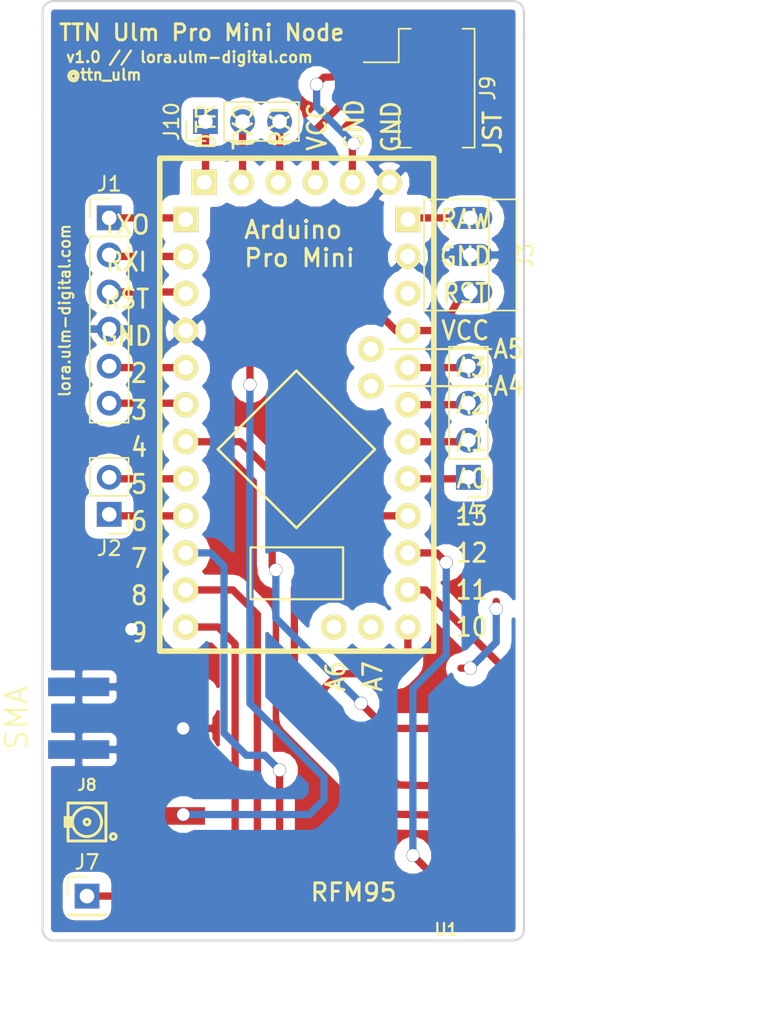
<source format=kicad_pcb>
(kicad_pcb (version 4) (host pcbnew 4.0.6-e0-6349~53~ubuntu16.04.1)

  (general
    (links 43)
    (no_connects 1)
    (area 127.361 77.267999 184.38 147.320001)
    (thickness 1.6)
    (drawings 22)
    (tracks 141)
    (zones 0)
    (modules 11)
    (nets 37)
  )

  (page A4)
  (layers
    (0 F.Cu signal)
    (31 B.Cu signal hide)
    (32 B.Adhes user)
    (33 F.Adhes user)
    (34 B.Paste user)
    (35 F.Paste user)
    (36 B.SilkS user)
    (37 F.SilkS user)
    (38 B.Mask user)
    (39 F.Mask user)
    (40 Dwgs.User user)
    (41 Cmts.User user)
    (42 Eco1.User user)
    (43 Eco2.User user)
    (44 Edge.Cuts user)
    (45 Margin user)
    (46 B.CrtYd user)
    (47 F.CrtYd user)
    (48 B.Fab user)
    (49 F.Fab user)
  )

  (setup
    (last_trace_width 0.5)
    (trace_clearance 0.8)
    (zone_clearance 0.508)
    (zone_45_only yes)
    (trace_min 0.5)
    (segment_width 0.2)
    (edge_width 0.15)
    (via_size 0.9)
    (via_drill 0.85)
    (via_min_size 0.6)
    (via_min_drill 0.3)
    (uvia_size 0.3)
    (uvia_drill 0.1)
    (uvias_allowed no)
    (uvia_min_size 0.2)
    (uvia_min_drill 0.1)
    (pcb_text_width 0.3)
    (pcb_text_size 1.5 1.5)
    (mod_edge_width 0.15)
    (mod_text_size 1 1)
    (mod_text_width 0.15)
    (pad_size 2.2 1)
    (pad_drill 0)
    (pad_to_mask_clearance 0.2)
    (aux_axis_origin 0 0)
    (visible_elements FFFFFF7F)
    (pcbplotparams
      (layerselection 0x00030_80000001)
      (usegerberextensions false)
      (excludeedgelayer true)
      (linewidth 0.100000)
      (plotframeref false)
      (viasonmask false)
      (mode 1)
      (useauxorigin false)
      (hpglpennumber 1)
      (hpglpenspeed 20)
      (hpglpendiameter 15)
      (hpglpenoverlay 2)
      (psnegative false)
      (psa4output false)
      (plotreference true)
      (plotvalue true)
      (plotinvisibletext false)
      (padsonsilk false)
      (subtractmaskfromsilk false)
      (outputformat 1)
      (mirror false)
      (drillshape 1)
      (scaleselection 1)
      (outputdirectory ""))
  )

  (net 0 "")
  (net 1 "Net-(J1-Pad1)")
  (net 2 "Net-(J1-Pad2)")
  (net 3 "Net-(J1-Pad3)")
  (net 4 GND)
  (net 5 "Net-(J1-Pad5)")
  (net 6 "Net-(J1-Pad6)")
  (net 7 "Net-(J2-Pad1)")
  (net 8 "Net-(J2-Pad2)")
  (net 9 "Net-(J3-Pad1)")
  (net 10 +3V3)
  (net 11 "Net-(J4-Pad1)")
  (net 12 "Net-(J4-Pad2)")
  (net 13 "Net-(J4-Pad3)")
  (net 14 "Net-(J4-Pad4)")
  (net 15 "Net-(J5-Pad1)")
  (net 16 "Net-(J5-Pad3)")
  (net 17 Ant)
  (net 18 MISO)
  (net 19 MOSI)
  (net 20 CLK)
  (net 21 D10)
  (net 22 "Net-(U1-Pad6)")
  (net 23 D6)
  (net 24 "Net-(U1-Pad11)")
  (net 25 "Net-(U1-Pad12)")
  (net 26 D4)
  (net 27 D5)
  (net 28 D7)
  (net 29 "Net-(X1-Pad3A)")
  (net 30 "Net-(X1-Pad2B)")
  (net 31 "Net-(X1-Pad3B)")
  (net 32 "Net-(J9-Pad1)")
  (net 33 "Net-(J9-Pad2)")
  (net 34 "Net-(J10-Pad1)")
  (net 35 "Net-(J10-Pad2)")
  (net 36 "Net-(J10-Pad3)")

  (net_class Default "This is the default net class."
    (clearance 0.8)
    (trace_width 0.5)
    (via_dia 0.9)
    (via_drill 0.85)
    (uvia_dia 0.3)
    (uvia_drill 0.1)
    (add_net +3V3)
    (add_net Ant)
    (add_net CLK)
    (add_net D10)
    (add_net D4)
    (add_net D5)
    (add_net D6)
    (add_net D7)
    (add_net GND)
    (add_net MISO)
    (add_net MOSI)
    (add_net "Net-(J1-Pad1)")
    (add_net "Net-(J1-Pad2)")
    (add_net "Net-(J1-Pad3)")
    (add_net "Net-(J1-Pad5)")
    (add_net "Net-(J1-Pad6)")
    (add_net "Net-(J10-Pad1)")
    (add_net "Net-(J10-Pad2)")
    (add_net "Net-(J10-Pad3)")
    (add_net "Net-(J2-Pad1)")
    (add_net "Net-(J2-Pad2)")
    (add_net "Net-(J3-Pad1)")
    (add_net "Net-(J4-Pad1)")
    (add_net "Net-(J4-Pad2)")
    (add_net "Net-(J4-Pad3)")
    (add_net "Net-(J4-Pad4)")
    (add_net "Net-(J5-Pad1)")
    (add_net "Net-(J5-Pad3)")
    (add_net "Net-(J9-Pad1)")
    (add_net "Net-(J9-Pad2)")
    (add_net "Net-(U1-Pad11)")
    (add_net "Net-(U1-Pad12)")
    (add_net "Net-(U1-Pad6)")
    (add_net "Net-(X1-Pad2B)")
    (add_net "Net-(X1-Pad3A)")
    (add_net "Net-(X1-Pad3B)")
  )

  (module footprints:Arduino_Pro_Mini (layer F.Cu) (tedit 5957D396) (tstamp 59516DF8)
    (at 148.5011 105.0036)
    (descr "Arduino Pro Mini")
    (tags "Arduino Pro Mini")
    (path /595024A2)
    (fp_text reference X1 (at 0.127 -22.987) (layer F.SilkS) hide
      (effects (font (size 1.778 1.524) (thickness 0.2032)))
    )
    (fp_text value "Arduino ProMini" (at 0 -11.557) (layer F.Fab) hide
      (effects (font (size 1.016 1.016) (thickness 0.1016)))
    )
    (fp_line (start 6.35 -1.27) (end 13.335 -1.27) (layer F.SilkS) (width 0.1524))
    (fp_line (start 6.35 -3.81) (end 13.335 -3.81) (layer F.SilkS) (width 0.1524))
    (fp_text user " A5" (at 14.097 -3.81) (layer F.SilkS)
      (effects (font (size 1.27 1.143) (thickness 0.1905)))
    )
    (fp_text user " A4" (at 14.097 -1.27) (layer F.SilkS)
      (effects (font (size 1.27 1.143) (thickness 0.1905)))
    )
    (fp_text user "  9" (at -11.684 15.621) (layer F.SilkS)
      (effects (font (size 1.27 1.143) (thickness 0.1905)))
    )
    (fp_text user "  8" (at -11.684 13.081) (layer F.SilkS)
      (effects (font (size 1.27 1.143) (thickness 0.1905)))
    )
    (fp_text user "  7" (at -11.684 10.541) (layer F.SilkS)
      (effects (font (size 1.27 1.143) (thickness 0.1905)))
    )
    (fp_text user "  6" (at -11.684 8.001) (layer F.SilkS)
      (effects (font (size 1.27 1.143) (thickness 0.1905)))
    )
    (fp_text user "  5" (at -11.684 5.461) (layer F.SilkS)
      (effects (font (size 1.27 1.143) (thickness 0.1905)))
    )
    (fp_text user "  4" (at -11.684 2.921) (layer F.SilkS)
      (effects (font (size 1.27 1.143) (thickness 0.1905)))
    )
    (fp_text user TXO (at -11.684 -12.319) (layer F.SilkS)
      (effects (font (size 1.27 1.143) (thickness 0.1905)))
    )
    (fp_text user RXI (at -11.684 -9.779) (layer F.SilkS)
      (effects (font (size 1.27 1.143) (thickness 0.1905)))
    )
    (fp_text user RST (at -11.684 -7.239) (layer F.SilkS)
      (effects (font (size 1.27 1.143) (thickness 0.1905)))
    )
    (fp_text user GND (at -11.684 -4.699) (layer F.SilkS)
      (effects (font (size 1.27 1.143) (thickness 0.1905)))
    )
    (fp_text user "  2" (at -11.684 -2.159) (layer F.SilkS)
      (effects (font (size 1.27 1.143) (thickness 0.1905)))
    )
    (fp_text user "  3" (at -11.684 0.381) (layer F.SilkS)
      (effects (font (size 1.27 1.143) (thickness 0.1905)))
    )
    (fp_text user " A2" (at 11.557 0) (layer F.SilkS)
      (effects (font (size 1.27 1.143) (thickness 0.1905)))
    )
    (fp_text user " A3" (at 11.557 -2.54) (layer F.SilkS)
      (effects (font (size 1.27 1.143) (thickness 0.1905)))
    )
    (fp_text user VCC (at 11.557 -5.08) (layer F.SilkS)
      (effects (font (size 1.27 1.143) (thickness 0.1905)))
    )
    (fp_text user RST (at 11.557 -7.62) (layer F.SilkS)
      (effects (font (size 1.27 1.143) (thickness 0.1905)))
    )
    (fp_text user GND (at 11.557 -10.16) (layer F.SilkS)
      (effects (font (size 1.27 1.143) (thickness 0.1905)))
    )
    (fp_text user RAW (at 11.557 -12.7) (layer F.SilkS)
      (effects (font (size 1.27 1.143) (thickness 0.1905)))
    )
    (fp_text user " A1" (at 11.557 2.54) (layer F.SilkS)
      (effects (font (size 1.27 1.143) (thickness 0.1905)))
    )
    (fp_text user " A0" (at 11.557 5.08) (layer F.SilkS)
      (effects (font (size 1.27 1.143) (thickness 0.1905)))
    )
    (fp_text user " 13" (at 11.557 7.62) (layer F.SilkS)
      (effects (font (size 1.27 1.143) (thickness 0.1905)))
    )
    (fp_text user " 12" (at 11.557 10.16) (layer F.SilkS)
      (effects (font (size 1.27 1.143) (thickness 0.1905)))
    )
    (fp_text user " 11" (at 11.557 12.7) (layer F.SilkS)
      (effects (font (size 1.27 1.143) (thickness 0.1905)))
    )
    (fp_line (start 3.175 9.779) (end -3.175 9.779) (layer F.SilkS) (width 0.1524))
    (fp_line (start 3.175 9.779) (end 3.175 13.335) (layer F.SilkS) (width 0.1524))
    (fp_line (start -3.175 13.335) (end 3.175 13.335) (layer F.SilkS) (width 0.1524))
    (fp_line (start -3.175 9.779) (end -3.175 13.335) (layer F.SilkS) (width 0.1524))
    (fp_line (start -5.414456 3.058895) (end -0.026303 -2.329259) (layer F.SilkS) (width 0.1778))
    (fp_line (start -0.026303 -2.329259) (end 5.361851 3.058895) (layer F.SilkS) (width 0.1778))
    (fp_line (start -0.026303 8.447049) (end 5.361851 3.058895) (layer F.SilkS) (width 0.1778))
    (fp_line (start -5.414456 3.058895) (end -0.026303 8.447049) (layer F.SilkS) (width 0.1778))
    (fp_text user " 10" (at 11.557 15.24) (layer F.SilkS)
      (effects (font (size 1.27 1.143) (thickness 0.1905)))
    )
    (fp_text user " A7" (at 5.207 19.05 90) (layer F.SilkS)
      (effects (font (size 1.27 1.143) (thickness 0.1905)))
    )
    (fp_text user " A6" (at 2.667 19.05 90) (layer F.SilkS)
      (effects (font (size 1.27 1.143) (thickness 0.1905)))
    )
    (fp_text user GND (at 0.127 19.05 90) (layer F.SilkS) hide
      (effects (font (size 1.27 1.143) (thickness 0.1905)))
    )
    (fp_text user GND (at 6.477 -19.05 90) (layer F.SilkS)
      (effects (font (size 1.27 1.143) (thickness 0.1905)))
    )
    (fp_text user GND (at 3.937 -19.177 90) (layer F.SilkS)
      (effects (font (size 1.27 1.143) (thickness 0.1905)))
    )
    (fp_text user VCC (at 1.397 -19.05 90) (layer F.SilkS)
      (effects (font (size 1.27 1.143) (thickness 0.1905)))
    )
    (fp_text user RXI (at -1.143 -19.05 90) (layer F.SilkS)
      (effects (font (size 1.27 1.143) (thickness 0.1905)))
    )
    (fp_text user TXO (at -3.683 -19.05 90) (layer F.SilkS)
      (effects (font (size 1.27 1.143) (thickness 0.1905)))
    )
    (fp_text user DTR (at -6.223 -19.05 90) (layer F.SilkS)
      (effects (font (size 1.27 1.143) (thickness 0.1778)))
    )
    (fp_line (start -9.398 -16.891) (end 9.398 -16.891) (layer F.SilkS) (width 0.381))
    (fp_line (start 9.398 -16.891) (end 9.398 16.891) (layer F.SilkS) (width 0.381))
    (fp_line (start 9.398 16.891) (end -9.398 16.891) (layer F.SilkS) (width 0.381))
    (fp_line (start -9.398 16.891) (end -9.398 -16.891) (layer F.SilkS) (width 0.381))
    (pad 4B thru_hole circle (at 5.08 -1.27) (size 1.7272 1.7272) (drill 1.016) (layers *.Cu *.Mask F.SilkS)
      (net 16 "Net-(J5-Pad3)"))
    (pad 5B thru_hole circle (at 5.08 -3.81) (size 1.7272 1.7272) (drill 1.016) (layers *.Cu *.Mask F.SilkS)
      (net 15 "Net-(J5-Pad1)"))
    (pad 12D thru_hole circle (at -7.62 15.24) (size 1.7272 1.7272) (drill 1.016) (layers *.Cu *.Mask F.SilkS)
      (net 26 D4))
    (pad 11D thru_hole circle (at -7.62 12.7) (size 1.7272 1.7272) (drill 1.016) (layers *.Cu *.Mask F.SilkS)
      (net 27 D5))
    (pad 9D thru_hole circle (at -7.62 7.62) (size 1.7272 1.7272) (drill 1.016) (layers *.Cu *.Mask F.SilkS)
      (net 7 "Net-(J2-Pad1)"))
    (pad 10D thru_hole circle (at -7.62 10.16) (size 1.7272 1.7272) (drill 1.016) (layers *.Cu *.Mask F.SilkS)
      (net 28 D7))
    (pad 6D thru_hole circle (at -7.62 0) (size 1.7272 1.7272) (drill 1.016) (layers *.Cu *.Mask F.SilkS)
      (net 6 "Net-(J1-Pad6)"))
    (pad 5D thru_hole circle (at -7.62 -2.54) (size 1.7272 1.7272) (drill 1.016) (layers *.Cu *.Mask F.SilkS)
      (net 5 "Net-(J1-Pad5)"))
    (pad 7D thru_hole circle (at -7.62 2.54) (size 1.7272 1.7272) (drill 1.016) (layers *.Cu *.Mask F.SilkS)
      (net 23 D6))
    (pad 8D thru_hole circle (at -7.62 5.08) (size 1.7272 1.7272) (drill 1.016) (layers *.Cu *.Mask F.SilkS)
      (net 8 "Net-(J2-Pad2)"))
    (pad 4D thru_hole circle (at -7.62 -5.08) (size 1.7272 1.7272) (drill 1.016) (layers *.Cu *.Mask F.SilkS)
      (net 4 GND))
    (pad 3D thru_hole circle (at -7.62 -7.62) (size 1.7272 1.7272) (drill 1.016) (layers *.Cu *.Mask F.SilkS)
      (net 3 "Net-(J1-Pad3)"))
    (pad 1D thru_hole rect (at -7.62 -12.7) (size 1.7272 1.7272) (drill 1.016) (layers *.Cu *.Mask F.SilkS)
      (net 1 "Net-(J1-Pad1)"))
    (pad 2D thru_hole circle (at -7.62 -10.16) (size 1.7272 1.7272) (drill 1.016) (layers *.Cu *.Mask F.SilkS)
      (net 2 "Net-(J1-Pad2)"))
    (pad 2A thru_hole circle (at 7.62 -10.16) (size 1.7272 1.7272) (drill 1.016) (layers *.Cu *.Mask F.SilkS)
      (net 4 GND))
    (pad 1A thru_hole rect (at 7.62 -12.7) (size 1.7272 1.7272) (drill 1.016) (layers *.Cu *.Mask F.SilkS)
      (net 9 "Net-(J3-Pad1)"))
    (pad 3A thru_hole circle (at 7.62 -7.62) (size 1.7272 1.7272) (drill 1.016) (layers *.Cu *.Mask F.SilkS)
      (net 29 "Net-(X1-Pad3A)"))
    (pad 4A thru_hole circle (at 7.62 -5.08) (size 1.7272 1.7272) (drill 1.016) (layers *.Cu *.Mask F.SilkS)
      (net 10 +3V3))
    (pad 8A thru_hole circle (at 7.62 5.08) (size 1.7272 1.7272) (drill 1.016) (layers *.Cu *.Mask F.SilkS)
      (net 11 "Net-(J4-Pad1)"))
    (pad 7A thru_hole circle (at 7.62 2.54) (size 1.7272 1.7272) (drill 1.016) (layers *.Cu *.Mask F.SilkS)
      (net 12 "Net-(J4-Pad2)"))
    (pad 5A thru_hole circle (at 7.62 -2.54) (size 1.7272 1.7272) (drill 1.016) (layers *.Cu *.Mask F.SilkS)
      (net 14 "Net-(J4-Pad4)"))
    (pad 6A thru_hole circle (at 7.62 0) (size 1.7272 1.7272) (drill 1.016) (layers *.Cu *.Mask F.SilkS)
      (net 13 "Net-(J4-Pad3)"))
    (pad 10A thru_hole circle (at 7.62 10.16) (size 1.7272 1.7272) (drill 1.016) (layers *.Cu *.Mask F.SilkS)
      (net 18 MISO))
    (pad 9A thru_hole circle (at 7.62 7.62) (size 1.7272 1.7272) (drill 1.016) (layers *.Cu *.Mask F.SilkS)
      (net 20 CLK))
    (pad 11A thru_hole circle (at 7.62 12.7) (size 1.7272 1.7272) (drill 1.016) (layers *.Cu *.Mask F.SilkS)
      (net 19 MOSI))
    (pad 1C thru_hole rect (at -6.35 -15.24) (size 1.7272 1.7272) (drill 1.016) (layers *.Cu *.Mask F.SilkS)
      (net 34 "Net-(J10-Pad1)"))
    (pad 2C thru_hole circle (at -3.81 -15.24) (size 1.7272 1.7272) (drill 1.016) (layers *.Cu *.Mask F.SilkS)
      (net 35 "Net-(J10-Pad2)"))
    (pad 3C thru_hole circle (at -1.27 -15.24) (size 1.7272 1.7272) (drill 1.016) (layers *.Cu *.Mask F.SilkS)
      (net 36 "Net-(J10-Pad3)"))
    (pad 4C thru_hole circle (at 1.27 -15.24) (size 1.7272 1.7272) (drill 1.016) (layers *.Cu *.Mask F.SilkS)
      (net 33 "Net-(J9-Pad2)"))
    (pad 5C thru_hole circle (at 3.81 -15.24) (size 1.7272 1.7272) (drill 1.016) (layers *.Cu *.Mask F.SilkS)
      (net 32 "Net-(J9-Pad1)"))
    (pad 6C thru_hole circle (at 6.35 -15.24) (size 1.7272 1.7272) (drill 1.016) (layers *.Cu *.Mask F.SilkS)
      (net 4 GND))
    (pad 2B thru_hole circle (at 2.54 15.24) (size 1.7272 1.7272) (drill 1.016) (layers *.Cu *.Mask F.SilkS)
      (net 30 "Net-(X1-Pad2B)"))
    (pad 3B thru_hole circle (at 5.08 15.24) (size 1.7272 1.7272) (drill 1.016) (layers *.Cu *.Mask F.SilkS)
      (net 31 "Net-(X1-Pad3B)"))
    (pad 12A thru_hole circle (at 7.62 15.24) (size 1.7272 1.7272) (drill 1.016) (layers *.Cu *.Mask F.SilkS)
      (net 21 D10))
  )

  (module Connectors_JST:JST_PH_B2B-PH-SM4-TB_02x2.00mm_Straight (layer F.Cu) (tedit 59569AC5) (tstamp 595695E8)
    (at 156.972 83.312 270)
    (descr "JST PH series connector, B2B-PH-SM4-TB, top entry type, surface mount, Datasheet: http://www.jst-mfg.com/product/pdf/eng/ePH.pdf")
    (tags "connector jst ph")
    (path /595695B9)
    (attr smd)
    (fp_text reference J9 (at 0 -4.625 270) (layer F.SilkS)
      (effects (font (size 1 1) (thickness 0.15)))
    )
    (fp_text value CONN_01X02 (at 0 4.875 270) (layer F.Fab) hide
      (effects (font (size 1 1) (thickness 0.15)))
    )
    (fp_line (start -4.075 -2.9) (end -4.075 -3.725) (layer F.SilkS) (width 0.12))
    (fp_line (start -4.075 -3.725) (end 4.075 -3.725) (layer F.SilkS) (width 0.12))
    (fp_line (start 4.075 -3.725) (end 4.075 -2.9) (layer F.SilkS) (width 0.12))
    (fp_line (start -4.075 0.65) (end -4.075 1.475) (layer F.SilkS) (width 0.12))
    (fp_line (start -4.075 1.475) (end -1.775 1.475) (layer F.SilkS) (width 0.12))
    (fp_line (start 4.075 0.65) (end 4.075 1.475) (layer F.SilkS) (width 0.12))
    (fp_line (start 4.075 1.475) (end 1.775 1.475) (layer F.SilkS) (width 0.12))
    (fp_line (start -3.975 -3.625) (end -3.975 1.375) (layer F.Fab) (width 0.1))
    (fp_line (start -3.975 1.375) (end 3.975 1.375) (layer F.Fab) (width 0.1))
    (fp_line (start 3.975 1.375) (end 3.975 -3.625) (layer F.Fab) (width 0.1))
    (fp_line (start 3.975 -3.625) (end -3.975 -3.625) (layer F.Fab) (width 0.1))
    (fp_line (start -1.775 1.475) (end -1.775 3.875) (layer F.SilkS) (width 0.12))
    (fp_line (start -2 1.375) (end -1 0.375) (layer F.Fab) (width 0.1))
    (fp_line (start -1 0.375) (end 0 1.375) (layer F.Fab) (width 0.1))
    (fp_line (start -4.7 -4.13) (end -4.7 4.38) (layer F.CrtYd) (width 0.05))
    (fp_line (start -4.7 4.38) (end 4.7 4.38) (layer F.CrtYd) (width 0.05))
    (fp_line (start 4.7 4.38) (end 4.7 -4.13) (layer F.CrtYd) (width 0.05))
    (fp_line (start 4.7 -4.13) (end -4.7 -4.13) (layer F.CrtYd) (width 0.05))
    (fp_text user %R (at 0 -2.625 270) (layer F.Fab)
      (effects (font (size 1 1) (thickness 0.15)))
    )
    (pad 1 smd rect (at -1 1.125 270) (size 1 5.5) (layers F.Cu F.Paste F.Mask)
      (net 32 "Net-(J9-Pad1)"))
    (pad 2 smd rect (at 1 1.125 270) (size 1 5.5) (layers F.Cu F.Paste F.Mask)
      (net 33 "Net-(J9-Pad2)"))
    (pad "" smd rect (at -3.4 -1.125 270) (size 1.6 3) (layers F.Cu F.Paste F.Mask))
    (pad "" smd rect (at 3.4 -1.125 270) (size 1.6 3) (layers F.Cu F.Paste F.Mask))
    (model ${KISYS3DMOD}/Connectors_JST.3dshapes/JST_PH_B2B-PH-SM4-TB_02x2.00mm_Straight.wrl
      (at (xyz 0 0 0))
      (scale (xyz 1 1 1))
      (rotate (xyz 0 0 0))
    )
  )

  (module Pin_Header_Straight_1x03_Pitch2.54mm (layer F.Cu) (tedit 59569A9C) (tstamp 59569B17)
    (at 142.24 85.598 90)
    (descr "Through hole straight pin header, 1x03, 2.54mm pitch, single row")
    (tags "Through hole pin header THT 1x03 2.54mm single row")
    (path /59569F01)
    (fp_text reference J10 (at 0 -2.33 90) (layer F.SilkS)
      (effects (font (size 1 1) (thickness 0.15)))
    )
    (fp_text value CONN_01X03 (at 0 7.41 90) (layer F.Fab) hide
      (effects (font (size 1 1) (thickness 0.15)))
    )
    (fp_line (start -1.27 -1.27) (end -1.27 6.35) (layer F.Fab) (width 0.1))
    (fp_line (start -1.27 6.35) (end 1.27 6.35) (layer F.Fab) (width 0.1))
    (fp_line (start 1.27 6.35) (end 1.27 -1.27) (layer F.Fab) (width 0.1))
    (fp_line (start 1.27 -1.27) (end -1.27 -1.27) (layer F.Fab) (width 0.1))
    (fp_line (start -1.33 1.27) (end -1.33 6.41) (layer F.SilkS) (width 0.12))
    (fp_line (start -1.33 6.41) (end 1.33 6.41) (layer F.SilkS) (width 0.12))
    (fp_line (start 1.33 6.41) (end 1.33 1.27) (layer F.SilkS) (width 0.12))
    (fp_line (start 1.33 1.27) (end -1.33 1.27) (layer F.SilkS) (width 0.12))
    (fp_line (start -1.33 0) (end -1.33 -1.33) (layer F.SilkS) (width 0.12))
    (fp_line (start -1.33 -1.33) (end 0 -1.33) (layer F.SilkS) (width 0.12))
    (fp_line (start -1.8 -1.8) (end -1.8 6.85) (layer F.CrtYd) (width 0.05))
    (fp_line (start -1.8 6.85) (end 1.8 6.85) (layer F.CrtYd) (width 0.05))
    (fp_line (start 1.8 6.85) (end 1.8 -1.8) (layer F.CrtYd) (width 0.05))
    (fp_line (start 1.8 -1.8) (end -1.8 -1.8) (layer F.CrtYd) (width 0.05))
    (fp_text user %R (at 0 -2.33 90) (layer F.Fab)
      (effects (font (size 1 1) (thickness 0.15)))
    )
    (pad 1 thru_hole rect (at 0 0 90) (size 1.7 1.7) (drill 1) (layers *.Cu *.Mask)
      (net 34 "Net-(J10-Pad1)"))
    (pad 2 thru_hole oval (at 0 2.54 90) (size 1.7 1.7) (drill 1) (layers *.Cu *.Mask)
      (net 35 "Net-(J10-Pad2)"))
    (pad 3 thru_hole oval (at 0 5.08 90) (size 1.7 1.7) (drill 1) (layers *.Cu *.Mask)
      (net 36 "Net-(J10-Pad3)"))
    (model ${KISYS3DMOD}/Pin_Headers.3dshapes/Pin_Header_Straight_1x03_Pitch2.54mm.wrl
      (at (xyz 0 -0.1 0))
      (scale (xyz 1 1 1))
      (rotate (xyz 0 0 90))
    )
  )

  (module Connectors:PINHEAD1-3 (layer F.Cu) (tedit 595423D5) (tstamp 59516D17)
    (at 160.401 92.202 270)
    (path /59502D29)
    (fp_text reference J3 (at 2.59 -3.8 270) (layer F.SilkS)
      (effects (font (size 1 1) (thickness 0.15)))
    )
    (fp_text value CONN_01X03 (at 2.54 3.81 270) (layer F.Fab) hide
      (effects (font (size 1 1) (thickness 0.15)))
    )
    (fp_line (start -1.27 -3.17) (end -1.27 3.17) (layer F.SilkS) (width 0.12))
    (fp_line (start 6.35 -3.17) (end 6.35 3.17) (layer F.SilkS) (width 0.12))
    (fp_line (start 6.35 -1.27) (end -1.27 -1.27) (layer F.SilkS) (width 0.12))
    (fp_line (start -1.27 -3.17) (end 6.35 -3.17) (layer F.SilkS) (width 0.12))
    (fp_line (start 6.35 3.17) (end -1.27 3.17) (layer F.SilkS) (width 0.12))
    (fp_line (start -1.52 -3.42) (end 6.6 -3.42) (layer F.CrtYd) (width 0.05))
    (fp_line (start -1.52 -3.42) (end -1.52 3.42) (layer F.CrtYd) (width 0.05))
    (fp_line (start 6.6 3.42) (end 6.6 -3.42) (layer F.CrtYd) (width 0.05))
    (fp_line (start 6.6 3.42) (end -1.52 3.42) (layer F.CrtYd) (width 0.05))
    (pad 1 thru_hole oval (at 0 0 270) (size 1.51 3.01) (drill 1) (layers *.Cu *.Mask)
      (net 9 "Net-(J3-Pad1)"))
    (pad 2 thru_hole oval (at 2.54 0 270) (size 1.51 3.01) (drill 1) (layers *.Cu *.Mask)
      (net 4 GND))
    (pad 3 thru_hole oval (at 5.08 0 270) (size 1.51 3.01) (drill 1) (layers *.Cu *.Mask)
      (net 10 +3V3))
  )

  (module Pin_Headers:Pin_Header_Straight_1x04_Pitch2.54mm (layer F.Cu) (tedit 595423C7) (tstamp 59516D2E)
    (at 160.274 109.982 180)
    (descr "Through hole straight pin header, 1x04, 2.54mm pitch, single row")
    (tags "Through hole pin header THT 1x04 2.54mm single row")
    (path /59502927)
    (fp_text reference J4 (at 0 -2.33 180) (layer F.SilkS)
      (effects (font (size 1 1) (thickness 0.15)))
    )
    (fp_text value CONN_01X04 (at 0 9.95 180) (layer F.Fab) hide
      (effects (font (size 1 1) (thickness 0.15)))
    )
    (fp_line (start -1.27 -1.27) (end -1.27 8.89) (layer F.Fab) (width 0.1))
    (fp_line (start -1.27 8.89) (end 1.27 8.89) (layer F.Fab) (width 0.1))
    (fp_line (start 1.27 8.89) (end 1.27 -1.27) (layer F.Fab) (width 0.1))
    (fp_line (start 1.27 -1.27) (end -1.27 -1.27) (layer F.Fab) (width 0.1))
    (fp_line (start -1.33 1.27) (end -1.33 8.95) (layer F.SilkS) (width 0.12))
    (fp_line (start -1.33 8.95) (end 1.33 8.95) (layer F.SilkS) (width 0.12))
    (fp_line (start 1.33 8.95) (end 1.33 1.27) (layer F.SilkS) (width 0.12))
    (fp_line (start 1.33 1.27) (end -1.33 1.27) (layer F.SilkS) (width 0.12))
    (fp_line (start -1.33 0) (end -1.33 -1.33) (layer F.SilkS) (width 0.12))
    (fp_line (start -1.33 -1.33) (end 0 -1.33) (layer F.SilkS) (width 0.12))
    (fp_line (start -1.8 -1.8) (end -1.8 9.4) (layer F.CrtYd) (width 0.05))
    (fp_line (start -1.8 9.4) (end 1.8 9.4) (layer F.CrtYd) (width 0.05))
    (fp_line (start 1.8 9.4) (end 1.8 -1.8) (layer F.CrtYd) (width 0.05))
    (fp_line (start 1.8 -1.8) (end -1.8 -1.8) (layer F.CrtYd) (width 0.05))
    (fp_text user %R (at 0 -2.33 180) (layer F.Fab)
      (effects (font (size 1 1) (thickness 0.15)))
    )
    (pad 1 thru_hole rect (at 0 0 180) (size 1.7 1.7) (drill 1) (layers *.Cu *.Mask)
      (net 11 "Net-(J4-Pad1)"))
    (pad 2 thru_hole oval (at 0 2.54 180) (size 1.7 1.7) (drill 1) (layers *.Cu *.Mask)
      (net 12 "Net-(J4-Pad2)"))
    (pad 3 thru_hole oval (at 0 5.08 180) (size 1.7 1.7) (drill 1) (layers *.Cu *.Mask)
      (net 13 "Net-(J4-Pad3)"))
    (pad 4 thru_hole oval (at 0 7.62 180) (size 1.7 1.7) (drill 1) (layers *.Cu *.Mask)
      (net 14 "Net-(J4-Pad4)"))
    (model ${KISYS3DMOD}/Pin_Headers.3dshapes/Pin_Header_Straight_1x04_Pitch2.54mm.wrl
      (at (xyz 0 -0.15 0))
      (scale (xyz 1 1 1))
      (rotate (xyz 0 0 90))
    )
  )

  (module Pin_Headers:Pin_Header_Straight_1x02_Pitch2.54mm (layer F.Cu) (tedit 595423B5) (tstamp 59516D07)
    (at 135.636 112.522 180)
    (descr "Through hole straight pin header, 1x02, 2.54mm pitch, single row")
    (tags "Through hole pin header THT 1x02 2.54mm single row")
    (path /595152F2)
    (fp_text reference J2 (at 0 -2.33 180) (layer F.SilkS)
      (effects (font (size 1 1) (thickness 0.15)))
    )
    (fp_text value CONN_01X02 (at 0 4.87 180) (layer F.Fab) hide
      (effects (font (size 1 1) (thickness 0.15)))
    )
    (fp_line (start -1.27 -1.27) (end -1.27 3.81) (layer F.Fab) (width 0.1))
    (fp_line (start -1.27 3.81) (end 1.27 3.81) (layer F.Fab) (width 0.1))
    (fp_line (start 1.27 3.81) (end 1.27 -1.27) (layer F.Fab) (width 0.1))
    (fp_line (start 1.27 -1.27) (end -1.27 -1.27) (layer F.Fab) (width 0.1))
    (fp_line (start -1.33 1.27) (end -1.33 3.87) (layer F.SilkS) (width 0.12))
    (fp_line (start -1.33 3.87) (end 1.33 3.87) (layer F.SilkS) (width 0.12))
    (fp_line (start 1.33 3.87) (end 1.33 1.27) (layer F.SilkS) (width 0.12))
    (fp_line (start 1.33 1.27) (end -1.33 1.27) (layer F.SilkS) (width 0.12))
    (fp_line (start -1.33 0) (end -1.33 -1.33) (layer F.SilkS) (width 0.12))
    (fp_line (start -1.33 -1.33) (end 0 -1.33) (layer F.SilkS) (width 0.12))
    (fp_line (start -1.8 -1.8) (end -1.8 4.35) (layer F.CrtYd) (width 0.05))
    (fp_line (start -1.8 4.35) (end 1.8 4.35) (layer F.CrtYd) (width 0.05))
    (fp_line (start 1.8 4.35) (end 1.8 -1.8) (layer F.CrtYd) (width 0.05))
    (fp_line (start 1.8 -1.8) (end -1.8 -1.8) (layer F.CrtYd) (width 0.05))
    (fp_text user %R (at 0 -2.33 180) (layer F.Fab)
      (effects (font (size 1 1) (thickness 0.15)))
    )
    (pad 1 thru_hole rect (at 0 0 180) (size 1.7 1.7) (drill 1) (layers *.Cu *.Mask)
      (net 7 "Net-(J2-Pad1)"))
    (pad 2 thru_hole oval (at 0 2.54 180) (size 1.7 1.7) (drill 1) (layers *.Cu *.Mask)
      (net 8 "Net-(J2-Pad2)"))
    (model ${KISYS3DMOD}/Pin_Headers.3dshapes/Pin_Header_Straight_1x02_Pitch2.54mm.wrl
      (at (xyz 0 -0.05 0))
      (scale (xyz 1 1 1))
      (rotate (xyz 0 0 90))
    )
  )

  (module Pin_Headers:Pin_Header_Straight_1x06_Pitch2.54mm (layer F.Cu) (tedit 5954239E) (tstamp 59516CF2)
    (at 135.636 92.202)
    (descr "Through hole straight pin header, 1x06, 2.54mm pitch, single row")
    (tags "Through hole pin header THT 1x06 2.54mm single row")
    (path /59514E69)
    (fp_text reference J1 (at 0 -2.33) (layer F.SilkS)
      (effects (font (size 1 1) (thickness 0.15)))
    )
    (fp_text value CONN_01X06 (at 0 15.03) (layer F.Fab) hide
      (effects (font (size 1 1) (thickness 0.15)))
    )
    (fp_line (start -1.27 -1.27) (end -1.27 13.97) (layer F.Fab) (width 0.1))
    (fp_line (start -1.27 13.97) (end 1.27 13.97) (layer F.Fab) (width 0.1))
    (fp_line (start 1.27 13.97) (end 1.27 -1.27) (layer F.Fab) (width 0.1))
    (fp_line (start 1.27 -1.27) (end -1.27 -1.27) (layer F.Fab) (width 0.1))
    (fp_line (start -1.33 1.27) (end -1.33 14.03) (layer F.SilkS) (width 0.12))
    (fp_line (start -1.33 14.03) (end 1.33 14.03) (layer F.SilkS) (width 0.12))
    (fp_line (start 1.33 14.03) (end 1.33 1.27) (layer F.SilkS) (width 0.12))
    (fp_line (start 1.33 1.27) (end -1.33 1.27) (layer F.SilkS) (width 0.12))
    (fp_line (start -1.33 0) (end -1.33 -1.33) (layer F.SilkS) (width 0.12))
    (fp_line (start -1.33 -1.33) (end 0 -1.33) (layer F.SilkS) (width 0.12))
    (fp_line (start -1.8 -1.8) (end -1.8 14.5) (layer F.CrtYd) (width 0.05))
    (fp_line (start -1.8 14.5) (end 1.8 14.5) (layer F.CrtYd) (width 0.05))
    (fp_line (start 1.8 14.5) (end 1.8 -1.8) (layer F.CrtYd) (width 0.05))
    (fp_line (start 1.8 -1.8) (end -1.8 -1.8) (layer F.CrtYd) (width 0.05))
    (fp_text user %R (at 0 -2.33) (layer F.Fab)
      (effects (font (size 1 1) (thickness 0.15)))
    )
    (pad 1 thru_hole rect (at 0 0) (size 1.7 1.7) (drill 1) (layers *.Cu *.Mask)
      (net 1 "Net-(J1-Pad1)"))
    (pad 2 thru_hole oval (at 0 2.54) (size 1.7 1.7) (drill 1) (layers *.Cu *.Mask)
      (net 2 "Net-(J1-Pad2)"))
    (pad 3 thru_hole oval (at 0 5.08) (size 1.7 1.7) (drill 1) (layers *.Cu *.Mask)
      (net 3 "Net-(J1-Pad3)"))
    (pad 4 thru_hole oval (at 0 7.62) (size 1.7 1.7) (drill 1) (layers *.Cu *.Mask)
      (net 4 GND))
    (pad 5 thru_hole oval (at 0 10.16) (size 1.7 1.7) (drill 1) (layers *.Cu *.Mask)
      (net 5 "Net-(J1-Pad5)"))
    (pad 6 thru_hole oval (at 0 12.7) (size 1.7 1.7) (drill 1) (layers *.Cu *.Mask)
      (net 6 "Net-(J1-Pad6)"))
    (model ${KISYS3DMOD}/Pin_Headers.3dshapes/Pin_Header_Straight_1x06_Pitch2.54mm.wrl
      (at (xyz 0 -0.25 0))
      (scale (xyz 1 1 1))
      (rotate (xyz 0 0 90))
    )
  )

  (module footprints:RFM69HW_SMD_ThroughHole_Handsoldering (layer F.Cu) (tedit 5953F2AF) (tstamp 59516DA0)
    (at 159.004 139.192 180)
    (descr RFM69HW)
    (tags "RFM69HW, RF69")
    (path /5950229E)
    (fp_text reference U1 (at 0.254 -1.778 180) (layer F.SilkS)
      (effects (font (size 0.8 0.8) (thickness 0.16)))
    )
    (fp_text value RFM95HW (at 8.382 7.112 180) (layer F.Fab) hide
      (effects (font (size 0.8 0.8) (thickness 0.16)))
    )
    (fp_line (start -3.4 15) (end 20.3 15) (layer F.CrtYd) (width 0.15))
    (fp_line (start 20.3 -1) (end 20.3 15) (layer F.CrtYd) (width 0.15))
    (fp_line (start -3.4 -1) (end -3.4 15) (layer F.CrtYd) (width 0.15))
    (fp_line (start -3.4 -1) (end 20.3 -1) (layer F.CrtYd) (width 0.15))
    (fp_line (start 20.3 -1) (end 20.3 15) (layer B.CrtYd) (width 0.15))
    (fp_line (start -3.4 -1) (end -3.4 15) (layer B.CrtYd) (width 0.15))
    (fp_line (start -3.4 15) (end 20.3 15) (layer B.CrtYd) (width 0.15))
    (fp_line (start -3.4 -1) (end 20.3 -1) (layer B.CrtYd) (width 0.15))
    (pad 1 smd rect (at -1.4 0 180) (size 3 1.2) (layers F.Cu F.Paste F.Mask)
      (net 4 GND))
    (pad 2 smd rect (at -1.4 2 180) (size 3 1.2) (layers F.Cu F.Paste F.Mask)
      (net 18 MISO))
    (pad 3 smd rect (at -1.4 4 180) (size 3 1.2) (layers F.Cu F.Paste F.Mask)
      (net 19 MOSI))
    (pad 4 smd rect (at -1.4 6 180) (size 3 1.2) (layers F.Cu F.Paste F.Mask)
      (net 20 CLK))
    (pad 5 smd rect (at -1.4 8 180) (size 3 1.2) (layers F.Cu F.Paste F.Mask)
      (net 21 D10))
    (pad 6 smd rect (at -1.4 10 180) (size 3 1.2) (layers F.Cu F.Paste F.Mask)
      (net 22 "Net-(U1-Pad6)"))
    (pad 7 smd rect (at -1.4 12 180) (size 3 1.2) (layers F.Cu F.Paste F.Mask)
      (net 23 D6))
    (pad 8 smd rect (at -1.4 14 180) (size 3 1.2) (layers F.Cu F.Paste F.Mask)
      (net 4 GND))
    (pad 9 smd rect (at 18.3 14 180) (size 3 1.2) (layers F.Cu F.Paste F.Mask)
      (net 17 Ant))
    (pad 10 smd rect (at 18.3 12 180) (size 3 1.2) (layers F.Cu F.Paste F.Mask)
      (net 4 GND))
    (pad 11 smd rect (at 18.3 10 180) (size 3 1.2) (layers F.Cu F.Paste F.Mask)
      (net 24 "Net-(U1-Pad11)"))
    (pad 12 smd rect (at 18.3 8 180) (size 3 1.2) (layers F.Cu F.Paste F.Mask)
      (net 25 "Net-(U1-Pad12)"))
    (pad 13 smd rect (at 18.3 6 180) (size 3 1.2) (layers F.Cu F.Paste F.Mask)
      (net 10 +3V3))
    (pad 14 smd rect (at 18.3 4 180) (size 3 1.2) (layers F.Cu F.Paste F.Mask)
      (net 26 D4))
    (pad 15 smd rect (at 18.3 2 180) (size 3 1.2) (layers F.Cu F.Paste F.Mask)
      (net 27 D5))
    (pad 16 smd rect (at 18.3 0 180) (size 3 1.2) (layers F.Cu F.Paste F.Mask)
      (net 28 D7))
    (model ${MYSLOCAL}/mysensors.3dshapes/mysensors_radios.3dshapes/rfm69hw.wrl
      (at (xyz 0.333 -0.275 0.345))
      (scale (xyz 0.395 0.395 0.395))
      (rotate (xyz 0 0 180))
    )
    (model Crystals.3dshapes/crystal_FA238-TSX3225.wrl
      (at (xyz 0.332 -0.08 0.375))
      (scale (xyz 0.24 0.24 0.24))
      (rotate (xyz 0 0 90))
    )
    (model ${MYSLOCAL}/mysensors.3dshapes/w.lain.3dshapes/pin_strip/pin_strip_2mm_8.wrl
      (at (xyz -0.004 -0.276 0.31))
      (scale (xyz 1 1 1))
      (rotate (xyz 0 180 90))
    )
    (model ${MYSLOCAL}/mysensors.3dshapes/w.lain.3dshapes/pin_strip/pin_strip_2mm_8.wrl
      (at (xyz 0.669 -0.276 0.31))
      (scale (xyz 1 1 1))
      (rotate (xyz 0 180 90))
    )
    (model ${MYSLOCAL}/mysensors.3dshapes/w.lain.3dshapes/pin_strip/pin_socket_2mm_8.wrl
      (at (xyz -0.004 -0.276 0))
      (scale (xyz 1 1 1))
      (rotate (xyz 0 0 90))
    )
    (model ${MYSLOCAL}/mysensors.3dshapes/w.lain.3dshapes/pin_strip/pin_socket_2mm_8.wrl
      (at (xyz 0.669 -0.276 0))
      (scale (xyz 1 1 1))
      (rotate (xyz 0 0 90))
    )
    (model Housings_DFN_QFN.3dshapes/QFN-28-1EP_5x5mm_Pitch0.5mm.wrl
      (at (xyz 0.205 -0.445 0.375))
      (scale (xyz 1 1 1))
      (rotate (xyz 0 0 0))
    )
  )

  (module footprints:SMA_EDGE (layer F.Cu) (tedit 54067F78) (tstamp 59516D4E)
    (at 135.636 126.492 90)
    (path /5951810C)
    (fp_text reference J6 (at 0 -6.35 90) (layer F.SilkS) hide
      (effects (font (size 1.5 1.5) (thickness 0.15)))
    )
    (fp_text value SMA (at 0 -6.35 270) (layer F.SilkS)
      (effects (font (size 1.5 1.5) (thickness 0.15)))
    )
    (pad 2 smd rect (at -2.1463 -2.0955 90) (size 1.27 4.191) (layers F.Cu F.Paste F.Mask)
      (net 4 GND))
    (pad 2 smd rect (at 2.1463 -2.0955 90) (size 1.27 4.191) (layers F.Cu F.Paste F.Mask)
      (net 4 GND))
    (pad 1 smd rect (at 0 -1.8415 90) (size 1.27 3.683) (layers F.Cu F.Paste F.Mask)
      (net 17 Ant))
    (pad 2 smd rect (at -2.1463 -2.0955 90) (size 1.27 4.191) (layers B.Cu F.Paste F.Mask)
      (net 4 GND))
    (pad 2 smd rect (at 2.1463 -2.0955 90) (size 1.27 4.191) (layers B.Cu F.Paste F.Mask)
      (net 4 GND))
  )

  (module footprints:U.FL-COAX (layer F.Cu) (tedit 5957D31F) (tstamp 59516D74)
    (at 134.112 133.604 180)
    (path /5951BDC9)
    (attr smd)
    (fp_text reference J8 (at 0 2.54 180) (layer F.SilkS)
      (effects (font (size 0.762 0.762) (thickness 0.1524)))
    )
    (fp_text value U.FL (at 0 0 180) (layer F.SilkS) hide
      (effects (font (size 0.762 0.762) (thickness 0.1524)))
    )
    (fp_line (start 1.1 0.3) (end 1.1 -0.3) (layer F.SilkS) (width 0.2032))
    (fp_line (start 1.5 0.3) (end 1 0.3) (layer F.SilkS) (width 0.2032))
    (fp_line (start 1.5 0.3) (end 1.5 -0.3) (layer F.SilkS) (width 0.2032))
    (fp_line (start 1.5 -0.3) (end 1 -0.3) (layer F.SilkS) (width 0.2032))
    (fp_circle (center 0 0) (end 0.2 0) (layer F.SilkS) (width 0.2032))
    (fp_circle (center 0 0) (end 1 0) (layer F.SilkS) (width 0.2032))
    (fp_circle (center -1.8 -1) (end -1.6 -1) (layer F.SilkS) (width 0.2032))
    (fp_line (start -1.3 -1.3) (end -1.3 1.3) (layer F.SilkS) (width 0.2032))
    (fp_line (start -1.3 1.3) (end 1.3 1.3) (layer F.SilkS) (width 0.2032))
    (fp_line (start 1.3 1.3) (end 1.3 -1.3) (layer F.SilkS) (width 0.2032))
    (fp_line (start 1.3 -1.3) (end -1.3 -1.3) (layer F.SilkS) (width 0.2032))
    (pad 1 smd rect (at -1.5 0 180) (size 1 1) (layers F.Cu F.Paste F.Mask)
      (net 17 Ant))
    (pad 2 smd rect (at 0 -1.5 180) (size 2.2 1) (layers F.Cu F.Paste F.Mask)
      (net 4 GND))
    (pad 3 smd rect (at 0 1.5 180) (size 2.2 1) (layers F.Cu F.Paste F.Mask)
      (net 4 GND))
  )

  (module Pin_Headers:Pin_Header_Straight_1x01_Pitch2.54mm (layer F.Cu) (tedit 58CD4EC1) (tstamp 59516D62)
    (at 134.112 138.684)
    (descr "Through hole straight pin header, 1x01, 2.54mm pitch, single row")
    (tags "Through hole pin header THT 1x01 2.54mm single row")
    (path /595187DE)
    (fp_text reference J7 (at 0 -2.33) (layer F.SilkS)
      (effects (font (size 1 1) (thickness 0.15)))
    )
    (fp_text value Ant (at 0 2.33) (layer F.Fab)
      (effects (font (size 1 1) (thickness 0.15)))
    )
    (fp_line (start -1.27 -1.27) (end -1.27 1.27) (layer F.Fab) (width 0.1))
    (fp_line (start -1.27 1.27) (end 1.27 1.27) (layer F.Fab) (width 0.1))
    (fp_line (start 1.27 1.27) (end 1.27 -1.27) (layer F.Fab) (width 0.1))
    (fp_line (start 1.27 -1.27) (end -1.27 -1.27) (layer F.Fab) (width 0.1))
    (fp_line (start -1.33 1.27) (end -1.33 1.33) (layer F.SilkS) (width 0.12))
    (fp_line (start -1.33 1.33) (end 1.33 1.33) (layer F.SilkS) (width 0.12))
    (fp_line (start 1.33 1.33) (end 1.33 1.27) (layer F.SilkS) (width 0.12))
    (fp_line (start 1.33 1.27) (end -1.33 1.27) (layer F.SilkS) (width 0.12))
    (fp_line (start -1.33 0) (end -1.33 -1.33) (layer F.SilkS) (width 0.12))
    (fp_line (start -1.33 -1.33) (end 0 -1.33) (layer F.SilkS) (width 0.12))
    (fp_line (start -1.8 -1.8) (end -1.8 1.8) (layer F.CrtYd) (width 0.05))
    (fp_line (start -1.8 1.8) (end 1.8 1.8) (layer F.CrtYd) (width 0.05))
    (fp_line (start 1.8 1.8) (end 1.8 -1.8) (layer F.CrtYd) (width 0.05))
    (fp_line (start 1.8 -1.8) (end -1.8 -1.8) (layer F.CrtYd) (width 0.05))
    (fp_text user %R (at 0 -2.33) (layer F.Fab)
      (effects (font (size 1 1) (thickness 0.15)))
    )
    (pad 1 thru_hole rect (at 0 0) (size 1.7 1.7) (drill 1) (layers *.Cu *.Mask)
      (net 17 Ant))
    (model ${KISYS3DMOD}/Pin_Headers.3dshapes/Pin_Header_Straight_1x01_Pitch2.54mm.wrl
      (at (xyz 0 0 0))
      (scale (xyz 1 1 1))
      (rotate (xyz 0 0 90))
    )
  )

  (gr_text JST (at 161.925 86.36 90) (layer F.SilkS)
    (effects (font (size 1.2 1.2) (thickness 0.2)))
  )
  (gr_text "Arduino\nPro Mini" (at 144.78 93.98) (layer F.SilkS)
    (effects (font (size 1.2 1.2) (thickness 0.2)) (justify left))
  )
  (gr_text RFM95 (at 152.4 138.43) (layer F.SilkS)
    (effects (font (size 1.2 1.2) (thickness 0.2)))
  )
  (dimension 64.77 (width 0.3) (layer Dwgs.User)
    (gr_text "64,770 mm" (at 177.88 109.855 270) (layer Dwgs.User)
      (effects (font (size 1.5 1.5) (thickness 0.3)))
    )
    (feature1 (pts (xy 172.72 142.24) (xy 179.23 142.24)))
    (feature2 (pts (xy 172.72 77.47) (xy 179.23 77.47)))
    (crossbar (pts (xy 176.53 77.47) (xy 176.53 142.24)))
    (arrow1a (pts (xy 176.53 142.24) (xy 175.943579 141.113496)))
    (arrow1b (pts (xy 176.53 142.24) (xy 177.116421 141.113496)))
    (arrow2a (pts (xy 176.53 77.47) (xy 175.943579 78.596504)))
    (arrow2b (pts (xy 176.53 77.47) (xy 177.116421 78.596504)))
  )
  (gr_line (start 164.084 78.486) (end 164.084 78.105) (angle 90) (layer Edge.Cuts) (width 0.15))
  (gr_line (start 131.064 78.74) (end 131.064 78.105) (angle 90) (layer Edge.Cuts) (width 0.15))
  (gr_line (start 131.064 78.486) (end 131.064 79.502) (angle 90) (layer Edge.Cuts) (width 0.15))
  (gr_line (start 164.084 78.486) (end 164.084 79.756) (angle 90) (layer Edge.Cuts) (width 0.15))
  (gr_line (start 131.826 141.732) (end 163.322 141.732) (angle 90) (layer Edge.Cuts) (width 0.15))
  (gr_line (start 131.826 77.343) (end 163.322 77.343) (angle 90) (layer Edge.Cuts) (width 0.15))
  (dimension 33.02 (width 0.3) (layer Dwgs.User)
    (gr_text "33,020 mm" (at 147.574 143.938) (layer Dwgs.User)
      (effects (font (size 1.5 1.5) (thickness 0.3)))
    )
    (feature1 (pts (xy 164.084 147.32) (xy 164.084 142.588)))
    (feature2 (pts (xy 131.064 147.32) (xy 131.064 142.588)))
    (crossbar (pts (xy 131.064 145.288) (xy 164.084 145.288)))
    (arrow1a (pts (xy 164.084 145.288) (xy 162.957496 145.874421)))
    (arrow1b (pts (xy 164.084 145.288) (xy 162.957496 144.701579)))
    (arrow2a (pts (xy 131.064 145.288) (xy 132.190504 145.874421)))
    (arrow2b (pts (xy 131.064 145.288) (xy 132.190504 144.701579)))
  )
  (gr_line (start 164.084 140.97) (end 164.084 85.344) (angle 90) (layer Edge.Cuts) (width 0.15))
  (gr_line (start 164.084 85.344) (end 164.084 79.502) (angle 90) (layer Edge.Cuts) (width 0.15))
  (gr_text lora.ulm-digital.com (at 132.588 98.552 90) (layer F.SilkS)
    (effects (font (size 0.75 0.75) (thickness 0.15)))
  )
  (gr_line (start 131.064 85.344) (end 131.064 79.502) (angle 90) (layer Edge.Cuts) (width 0.15))
  (gr_text "v1.0 // lora.ulm-digital.com\n@ttn_ulm" (at 132.588 81.788) (layer F.SilkS)
    (effects (font (size 0.75 0.75) (thickness 0.16)) (justify left))
  )
  (gr_text "TTN Ulm Pro Mini Node" (at 141.986 79.502) (layer F.SilkS)
    (effects (font (size 1.1 1.1) (thickness 0.2)))
  )
  (gr_line (start 131.064 85.344) (end 131.064 140.97) (angle 90) (layer Edge.Cuts) (width 0.15))
  (gr_arc (start 131.826 140.97) (end 131.826 141.732) (angle 90) (layer Edge.Cuts) (width 0.15))
  (gr_arc (start 163.322 140.97) (end 164.084 140.97) (angle 90) (layer Edge.Cuts) (width 0.15))
  (gr_arc (start 163.322 78.105) (end 163.322 77.343) (angle 90) (layer Edge.Cuts) (width 0.15))
  (gr_arc (start 131.826 78.105) (end 131.064 78.105) (angle 90) (layer Edge.Cuts) (width 0.15))

  (segment (start 159.766 123.063) (end 160.401 123.063) (width 0.5) (layer F.Cu) (net 0))
  (segment (start 162.179 118.999) (end 162.179 118.491) (width 0.5) (layer F.Cu) (net 0) (tstamp 5957D5E8))
  (via (at 162.179 118.999) (size 0.9) (drill 0.85) (layers F.Cu B.Cu) (net 0))
  (segment (start 162.179 121.285) (end 162.179 118.999) (width 0.5) (layer B.Cu) (net 0) (tstamp 5957D5E6))
  (segment (start 160.401 123.063) (end 162.179 121.285) (width 0.5) (layer B.Cu) (net 0) (tstamp 5957D5E5))
  (via (at 160.401 123.063) (size 0.9) (drill 0.85) (layers F.Cu B.Cu) (net 0))
  (segment (start 135.636 92.202) (end 140.7795 92.202) (width 0.5) (layer F.Cu) (net 1) (status 20))
  (segment (start 140.7795 92.202) (end 140.8811 92.3036) (width 0.5) (layer F.Cu) (net 1) (tstamp 59534EF6) (status 30))
  (segment (start 140.8811 94.8436) (end 135.7376 94.8436) (width 0.5) (layer F.Cu) (net 2) (status 10))
  (segment (start 135.7376 94.8436) (end 135.636 94.742) (width 0.5) (layer F.Cu) (net 2) (tstamp 59534EF9))
  (segment (start 135.636 97.282) (end 140.7795 97.282) (width 0.5) (layer F.Cu) (net 3) (status 20))
  (segment (start 140.7795 97.282) (end 140.8811 97.3836) (width 0.5) (layer F.Cu) (net 3) (tstamp 59534EFC) (status 30))
  (via (at 140.704 127.192) (size 0.9) (drill 0.85) (layers F.Cu B.Cu) (net 4))
  (via (at 137.16 120.396) (size 0.9) (drill 0.85) (layers F.Cu B.Cu) (net 4))
  (segment (start 137.16 120.396) (end 137.16 123.648) (width 0.5) (layer B.Cu) (net 4) (tstamp 59540B1D))
  (segment (start 137.16 123.648) (end 140.704 127.192) (width 0.5) (layer B.Cu) (net 4) (tstamp 59540B1C))
  (segment (start 140.8811 102.4636) (end 135.7376 102.4636) (width 0.5) (layer F.Cu) (net 5) (status 10))
  (segment (start 135.7376 102.4636) (end 135.636 102.362) (width 0.5) (layer F.Cu) (net 5) (tstamp 59534F01))
  (segment (start 135.636 104.902) (end 140.7795 104.902) (width 0.5) (layer F.Cu) (net 6) (status 20))
  (segment (start 140.7795 104.902) (end 140.8811 105.0036) (width 0.5) (layer F.Cu) (net 6) (tstamp 59534F04) (status 30))
  (segment (start 140.8811 112.6236) (end 135.7376 112.6236) (width 0.5) (layer F.Cu) (net 7))
  (segment (start 135.7376 112.6236) (end 135.636 112.522) (width 0.5) (layer F.Cu) (net 7) (tstamp 5957D5D6))
  (segment (start 140.7795 112.522) (end 140.8811 112.6236) (width 0.5) (layer B.Cu) (net 7) (tstamp 595402D0))
  (segment (start 140.8811 110.0836) (end 135.7376 110.0836) (width 0.5) (layer F.Cu) (net 8))
  (segment (start 135.7376 110.0836) (end 135.636 109.982) (width 0.5) (layer F.Cu) (net 8) (tstamp 5957D5D0))
  (segment (start 135.7376 110.0836) (end 135.636 109.982) (width 0.5) (layer B.Cu) (net 8) (tstamp 595402CD) (status 30))
  (segment (start 160.401 92.202) (end 156.2227 92.202) (width 0.5) (layer F.Cu) (net 9) (status 10))
  (segment (start 156.2227 92.202) (end 156.1211 92.3036) (width 0.5) (layer F.Cu) (net 9) (tstamp 59542640))
  (segment (start 156.3497 92.075) (end 156.1211 92.3036) (width 0.5) (layer F.Cu) (net 9) (tstamp 5952D16B) (status 30))
  (segment (start 140.704 133.108) (end 140.704 133.192) (width 0.5) (layer F.Cu) (net 10) (tstamp 59540D05))
  (segment (start 140.716 133.096) (end 140.704 133.108) (width 0.5) (layer F.Cu) (net 10) (tstamp 59540D04))
  (via (at 140.716 133.096) (size 0.9) (drill 0.85) (layers F.Cu B.Cu) (net 10))
  (segment (start 149.352 133.096) (end 140.716 133.096) (width 0.5) (layer B.Cu) (net 10) (tstamp 59540CFE))
  (segment (start 150.368 132.08) (end 149.352 133.096) (width 0.5) (layer B.Cu) (net 10) (tstamp 59540CFB))
  (segment (start 150.368 130.556) (end 150.368 132.08) (width 0.5) (layer B.Cu) (net 10) (tstamp 59540CF7))
  (segment (start 145.288 125.476) (end 150.368 130.556) (width 0.5) (layer B.Cu) (net 10) (tstamp 59540CEC))
  (segment (start 145.288 103.632) (end 145.288 125.476) (width 0.5) (layer B.Cu) (net 10) (tstamp 59540CEB))
  (via (at 145.288 103.632) (size 0.9) (drill 0.85) (layers F.Cu B.Cu) (net 10))
  (segment (start 145.288 100.076) (end 145.288 103.632) (width 0.5) (layer F.Cu) (net 10) (tstamp 59540CE8))
  (segment (start 147.828 97.536) (end 145.288 100.076) (width 0.5) (layer F.Cu) (net 10) (tstamp 59540CD9))
  (segment (start 152.908 97.536) (end 147.828 97.536) (width 0.5) (layer F.Cu) (net 10) (tstamp 59540CD3))
  (segment (start 155.2956 99.9236) (end 152.908 97.536) (width 0.5) (layer F.Cu) (net 10) (tstamp 59540CD1))
  (segment (start 156.1211 99.9236) (end 155.2956 99.9236) (width 0.5) (layer F.Cu) (net 10))
  (segment (start 156.1211 99.9236) (end 158.3944 99.9236) (width 0.5) (layer F.Cu) (net 10))
  (segment (start 158.3944 99.9236) (end 159.893 97.282) (width 0.5) (layer F.Cu) (net 10) (tstamp 595404C9) (status 20))
  (segment (start 156.1211 110.0836) (end 160.1724 110.0836) (width 0.5) (layer F.Cu) (net 11) (status 20))
  (segment (start 160.1724 110.0836) (end 160.274 109.982) (width 0.5) (layer F.Cu) (net 11) (tstamp 59534F52) (status 30))
  (segment (start 156.1211 107.5436) (end 160.1724 107.5436) (width 0.5) (layer F.Cu) (net 12) (status 20))
  (segment (start 160.1724 107.5436) (end 160.274 107.442) (width 0.5) (layer F.Cu) (net 12) (tstamp 59534F4F) (status 30))
  (segment (start 156.1211 105.0036) (end 160.1724 105.0036) (width 0.5) (layer F.Cu) (net 13) (status 20))
  (segment (start 160.1724 105.0036) (end 160.274 104.902) (width 0.5) (layer F.Cu) (net 13) (tstamp 59534F4C) (status 30))
  (segment (start 156.1211 102.4636) (end 160.1724 102.4636) (width 0.5) (layer F.Cu) (net 14) (status 20))
  (segment (start 160.1724 102.4636) (end 160.274 102.362) (width 0.5) (layer F.Cu) (net 14) (tstamp 59534F49) (status 30))
  (segment (start 137.16 126.492) (end 133.7945 126.492) (width 0.5) (layer F.Cu) (net 17))
  (segment (start 137.16 133.604) (end 135.612 133.604) (width 0.5) (layer F.Cu) (net 17) (status 20))
  (segment (start 140.704 125.192) (end 137.444 125.192) (width 0.5) (layer F.Cu) (net 17))
  (segment (start 136.652 138.684) (end 134.112 138.684) (width 0.5) (layer F.Cu) (net 17) (tstamp 5953F9C6) (status 20))
  (segment (start 137.16 138.176) (end 136.652 138.684) (width 0.5) (layer F.Cu) (net 17) (tstamp 5953F9C5))
  (segment (start 137.16 125.476) (end 137.16 126.492) (width 0.5) (layer F.Cu) (net 17) (tstamp 5953F9C4))
  (segment (start 137.16 126.492) (end 137.16 133.604) (width 0.5) (layer F.Cu) (net 17) (tstamp 5953F9CD))
  (segment (start 137.16 133.604) (end 137.16 138.176) (width 0.5) (layer F.Cu) (net 17) (tstamp 5953F9C9))
  (segment (start 137.444 125.192) (end 137.16 125.476) (width 0.5) (layer F.Cu) (net 17) (tstamp 5953F9C3))
  (segment (start 156.1211 115.1636) (end 158.0896 115.1636) (width 0.5) (layer F.Cu) (net 18))
  (segment (start 157.766 137.192) (end 160.404 137.192) (width 0.5) (layer F.Cu) (net 18) (tstamp 5957CE2A))
  (segment (start 156.464 135.89) (end 157.766 137.192) (width 0.5) (layer F.Cu) (net 18) (tstamp 5957CE29))
  (via (at 156.464 135.89) (size 0.9) (drill 0.85) (layers F.Cu B.Cu) (net 18))
  (segment (start 156.464 124.46) (end 156.464 135.89) (width 0.5) (layer B.Cu) (net 18) (tstamp 5957CE25))
  (segment (start 158.75 122.174) (end 156.464 124.46) (width 0.5) (layer B.Cu) (net 18) (tstamp 5957CE24))
  (segment (start 158.75 115.824) (end 158.75 122.174) (width 0.5) (layer B.Cu) (net 18) (tstamp 5957CE23))
  (via (at 158.75 115.824) (size 0.9) (drill 0.85) (layers F.Cu B.Cu) (net 18))
  (segment (start 158.0896 115.1636) (end 158.75 115.824) (width 0.5) (layer F.Cu) (net 18) (tstamp 5957CE20))
  (segment (start 156.1211 115.1636) (end 156.8196 115.1636) (width 0.5) (layer F.Cu) (net 18))
  (segment (start 161.29 137.16) (end 160.499 137.287) (width 0.5) (layer F.Cu) (net 18) (tstamp 5952D2BE) (status 20))
  (segment (start 160.499 137.287) (end 160.404 137.192) (width 0.5) (layer F.Cu) (net 18) (tstamp 5952D2C9) (status 30))
  (segment (start 156.1211 117.7036) (end 157.3276 117.7036) (width 0.5) (layer F.Cu) (net 19) (status 10))
  (segment (start 161.353 135.065) (end 160.404 135.192) (width 0.5) (layer F.Cu) (net 19) (tstamp 5953F58F) (status 20))
  (segment (start 162.40276 134.01524) (end 161.353 135.065) (width 0.5) (layer F.Cu) (net 19) (tstamp 5953F58E))
  (segment (start 162.40276 122.77876) (end 162.40276 134.01524) (width 0.5) (layer F.Cu) (net 19) (tstamp 5953F58C))
  (segment (start 157.3276 117.7036) (end 162.40276 122.77876) (width 0.5) (layer F.Cu) (net 19) (tstamp 5953F58B))
  (segment (start 160.404 133.192) (end 154.909 133.065) (width 0.5) (layer F.Cu) (net 20) (status 10))
  (segment (start 153.3144 112.6236) (end 156.1211 112.6236) (width 0.5) (layer F.Cu) (net 20) (tstamp 5953F6DD) (status 20))
  (segment (start 148.336 117.602) (end 153.3144 112.6236) (width 0.5) (layer F.Cu) (net 20) (tstamp 5953F6DB))
  (segment (start 148.336 126.492) (end 148.336 117.602) (width 0.5) (layer F.Cu) (net 20) (tstamp 5953F6D9))
  (segment (start 154.909 133.065) (end 148.336 126.492) (width 0.5) (layer F.Cu) (net 20) (tstamp 5953F6D7))
  (segment (start 156.1211 120.2436) (end 156.1211 122.7709) (width 0.5) (layer F.Cu) (net 21) (status 10))
  (segment (start 155.448 131.064) (end 160.403 131.191) (width 0.5) (layer F.Cu) (net 21) (tstamp 5953F812) (status 20))
  (segment (start 150.368 125.984) (end 155.448 131.064) (width 0.5) (layer F.Cu) (net 21) (tstamp 5953F80F))
  (segment (start 150.368 124.46) (end 150.368 125.984) (width 0.5) (layer F.Cu) (net 21) (tstamp 5953F80D))
  (segment (start 151.384 123.444) (end 150.368 124.46) (width 0.5) (layer F.Cu) (net 21) (tstamp 5953F80B))
  (segment (start 155.448 123.444) (end 151.384 123.444) (width 0.5) (layer F.Cu) (net 21) (tstamp 5953F805))
  (segment (start 156.1211 122.7709) (end 155.448 123.444) (width 0.5) (layer F.Cu) (net 21) (tstamp 5953F804))
  (segment (start 160.403 131.191) (end 160.404 131.192) (width 0.5) (layer F.Cu) (net 21) (tstamp 5953F813) (status 30))
  (segment (start 160.404 127.192) (end 154.624 127.192) (width 0.5) (layer F.Cu) (net 23))
  (segment (start 144.6276 107.5436) (end 140.8811 107.5436) (width 0.5) (layer F.Cu) (net 23) (tstamp 595402F9))
  (segment (start 146.812 109.728) (end 144.6276 107.5436) (width 0.5) (layer F.Cu) (net 23) (tstamp 595402F6))
  (segment (start 146.812 116.078) (end 146.812 109.728) (width 0.5) (layer F.Cu) (net 23) (tstamp 595402F5))
  (segment (start 147.066 116.332) (end 146.812 116.078) (width 0.5) (layer F.Cu) (net 23) (tstamp 595402F4))
  (via (at 147.066 116.332) (size 0.9) (drill 0.85) (layers F.Cu B.Cu) (net 23))
  (segment (start 147.066 119.634) (end 147.066 116.332) (width 0.5) (layer B.Cu) (net 23) (tstamp 595402EE))
  (segment (start 152.908 125.476) (end 147.066 119.634) (width 0.5) (layer B.Cu) (net 23) (tstamp 595402ED))
  (via (at 152.908 125.476) (size 0.9) (drill 0.85) (layers F.Cu B.Cu) (net 23))
  (segment (start 154.624 127.192) (end 152.908 125.476) (width 0.5) (layer F.Cu) (net 23) (tstamp 595402E4))
  (segment (start 140.704 135.192) (end 143.7 135.192) (width 0.5) (layer F.Cu) (net 26))
  (segment (start 143.1036 120.2436) (end 140.8811 120.2436) (width 0.5) (layer F.Cu) (net 26) (tstamp 5954016C) (status 20))
  (segment (start 144.272 121.412) (end 143.1036 120.2436) (width 0.5) (layer F.Cu) (net 26) (tstamp 5954016B))
  (segment (start 144.272 134.62) (end 144.272 121.412) (width 0.5) (layer F.Cu) (net 26) (tstamp 5954016A))
  (segment (start 143.7 135.192) (end 144.272 134.62) (width 0.5) (layer F.Cu) (net 26) (tstamp 59540168))
  (segment (start 140.7795 120.142) (end 140.8811 120.2436) (width 0.5) (layer F.Cu) (net 26) (tstamp 59534E5F) (status 30))
  (segment (start 140.704 137.192) (end 144.748 137.192) (width 0.5) (layer F.Cu) (net 27))
  (segment (start 144.1196 117.7036) (end 140.8811 117.7036) (width 0.5) (layer F.Cu) (net 27) (tstamp 59540172) (status 20))
  (segment (start 145.796 119.38) (end 144.1196 117.7036) (width 0.5) (layer F.Cu) (net 27) (tstamp 59540171))
  (segment (start 145.796 136.144) (end 145.796 119.38) (width 0.5) (layer F.Cu) (net 27) (tstamp 59540170))
  (segment (start 144.748 137.192) (end 145.796 136.144) (width 0.5) (layer F.Cu) (net 27) (tstamp 5954016F))
  (segment (start 140.7795 117.602) (end 140.8811 117.7036) (width 0.5) (layer F.Cu) (net 27) (tstamp 59534E62) (status 30))
  (segment (start 140.704 139.192) (end 145.034 139.192) (width 0.5) (layer F.Cu) (net 28))
  (segment (start 142.5956 115.1636) (end 140.8811 115.1636) (width 0.5) (layer B.Cu) (net 28) (tstamp 595405C6))
  (segment (start 143.51 116.078) (end 142.5956 115.1636) (width 0.5) (layer B.Cu) (net 28) (tstamp 595405C2))
  (segment (start 143.51 127.508) (end 143.51 116.078) (width 0.5) (layer B.Cu) (net 28) (tstamp 595405BE))
  (segment (start 145.034 129.032) (end 143.51 127.508) (width 0.5) (layer B.Cu) (net 28) (tstamp 595405B0))
  (segment (start 146.304 129.032) (end 145.034 129.032) (width 0.5) (layer B.Cu) (net 28) (tstamp 595405AE))
  (segment (start 147.32 130.048) (end 146.304 129.032) (width 0.5) (layer B.Cu) (net 28) (tstamp 595405AD))
  (via (at 147.32 130.048) (size 0.9) (drill 0.85) (layers F.Cu B.Cu) (net 28))
  (segment (start 147.32 136.906) (end 147.32 130.048) (width 0.5) (layer F.Cu) (net 28) (tstamp 595405A1))
  (segment (start 145.034 139.192) (end 147.32 136.906) (width 0.5) (layer F.Cu) (net 28) (tstamp 5954059E))
  (segment (start 152.3111 89.7636) (end 152.3111 87.2109) (width 0.5) (layer F.Cu) (net 32))
  (segment (start 150.352 82.566) (end 155.847 82.312) (width 0.5) (layer F.Cu) (net 32) (tstamp 5957CD56) (status 20))
  (segment (start 149.86 83.058) (end 150.352 82.566) (width 0.5) (layer F.Cu) (net 32) (tstamp 5957CD55))
  (via (at 149.86 83.058) (size 0.9) (drill 0.85) (layers F.Cu B.Cu) (net 32))
  (segment (start 149.86 84.582) (end 149.86 83.058) (width 0.5) (layer B.Cu) (net 32) (tstamp 5957CD53))
  (segment (start 152.4 87.122) (end 149.86 84.582) (width 0.5) (layer B.Cu) (net 32) (tstamp 5957CD52))
  (via (at 152.4 87.122) (size 0.9) (drill 0.85) (layers F.Cu B.Cu) (net 32))
  (segment (start 152.3111 87.2109) (end 152.4 87.122) (width 0.5) (layer F.Cu) (net 32) (tstamp 5957CD50))
  (segment (start 149.7711 89.7636) (end 149.7711 86.1949) (width 0.5) (layer F.Cu) (net 33))
  (segment (start 151.4 84.566) (end 155.847 84.312) (width 0.5) (layer F.Cu) (net 33) (tstamp 5957CD4D) (status 20))
  (segment (start 149.7711 86.1949) (end 151.4 84.566) (width 0.5) (layer F.Cu) (net 33) (tstamp 5957CD4C))
  (segment (start 142.24 85.598) (end 142.24 89.6747) (width 0.5) (layer F.Cu) (net 34))
  (segment (start 142.24 89.6747) (end 142.1511 89.7636) (width 0.5) (layer F.Cu) (net 34) (tstamp 59569C67))
  (segment (start 144.78 85.598) (end 144.78 89.6747) (width 0.5) (layer F.Cu) (net 35))
  (segment (start 144.78 89.6747) (end 144.6911 89.7636) (width 0.5) (layer F.Cu) (net 35) (tstamp 59569C6E))
  (segment (start 147.32 85.598) (end 147.32 89.6747) (width 0.5) (layer F.Cu) (net 36))
  (segment (start 147.32 89.6747) (end 147.2311 89.7636) (width 0.5) (layer F.Cu) (net 36) (tstamp 59569C71))

  (zone (net 4) (net_name GND) (layer F.Cu) (tstamp 5957C48D) (hatch edge 0.508)
    (connect_pads (clearance 0.508))
    (min_thickness 0.254)
    (fill yes (arc_segments 16) (thermal_gap 0.508) (thermal_bridge_width 0.508))
    (polygon
      (pts
        (xy 131.572 77.724) (xy 163.83 77.724) (xy 163.83 141.224) (xy 131.572 141.224)
      )
    )
    (filled_polygon
      (pts
        (xy 145.635 110.21553) (xy 145.635 116.078) (xy 145.688985 116.349399) (xy 145.688762 116.604701) (xy 145.897956 117.110989)
        (xy 146.284974 117.498683) (xy 146.790896 117.70876) (xy 147.159 117.709081) (xy 147.159 126.492) (xy 147.248594 126.942419)
        (xy 147.503735 127.324265) (xy 154.076735 133.897265) (xy 154.256573 134.017428) (xy 154.433577 134.141708) (xy 154.447078 134.144719)
        (xy 154.458582 134.152406) (xy 154.670734 134.194606) (xy 154.881805 134.241686) (xy 158.015114 134.314103) (xy 157.958839 134.592)
        (xy 157.958839 135.720309) (xy 157.830964 135.592434) (xy 157.632044 135.111011) (xy 157.245026 134.723317) (xy 156.739104 134.51324)
        (xy 156.191299 134.512762) (xy 155.685011 134.721956) (xy 155.297317 135.108974) (xy 155.08724 135.614896) (xy 155.086762 136.162701)
        (xy 155.295956 136.668989) (xy 155.682974 137.056683) (xy 156.167236 137.257766) (xy 156.933735 138.024265) (xy 157.315581 138.279406)
        (xy 157.766 138.369) (xy 158.173714 138.369) (xy 158.226501 138.451033) (xy 158.269 138.480071) (xy 158.269 138.90625)
        (xy 158.42775 139.065) (xy 160.277 139.065) (xy 160.277 139.045) (xy 160.531 139.045) (xy 160.531 139.065)
        (xy 162.38025 139.065) (xy 162.539 138.90625) (xy 162.539 138.484964) (xy 162.563033 138.469499) (xy 162.774696 138.159721)
        (xy 162.849161 137.792) (xy 162.849161 136.592) (xy 162.784522 136.248474) (xy 162.750344 136.195361) (xy 162.774696 136.159721)
        (xy 162.849161 135.792) (xy 162.849161 135.233369) (xy 163.235025 134.847505) (xy 163.374 134.639513) (xy 163.374 140.900073)
        (xy 163.357192 140.984574) (xy 163.348933 140.996933) (xy 163.336574 141.005192) (xy 163.252074 141.022) (xy 131.895927 141.022)
        (xy 131.811426 141.005192) (xy 131.799067 140.996933) (xy 131.790808 140.984574) (xy 131.774 140.900074) (xy 131.774 135.38975)
        (xy 132.377 135.38975) (xy 132.377 135.73031) (xy 132.473673 135.963699) (xy 132.652302 136.142327) (xy 132.885691 136.239)
        (xy 133.82625 136.239) (xy 133.985 136.08025) (xy 133.985 135.231) (xy 134.239 135.231) (xy 134.239 136.08025)
        (xy 134.39775 136.239) (xy 135.338309 136.239) (xy 135.571698 136.142327) (xy 135.750327 135.963699) (xy 135.847 135.73031)
        (xy 135.847 135.38975) (xy 135.68825 135.231) (xy 134.239 135.231) (xy 133.985 135.231) (xy 132.53575 135.231)
        (xy 132.377 135.38975) (xy 131.774 135.38975) (xy 131.774 134.47769) (xy 132.377 134.47769) (xy 132.377 134.81825)
        (xy 132.53575 134.977) (xy 133.985 134.977) (xy 133.985 134.12775) (xy 133.82625 133.969) (xy 132.885691 133.969)
        (xy 132.652302 134.065673) (xy 132.473673 134.244301) (xy 132.377 134.47769) (xy 131.774 134.47769) (xy 131.774 132.38975)
        (xy 132.377 132.38975) (xy 132.377 132.73031) (xy 132.473673 132.963699) (xy 132.652302 133.142327) (xy 132.885691 133.239)
        (xy 133.82625 133.239) (xy 133.985 133.08025) (xy 133.985 132.231) (xy 132.53575 132.231) (xy 132.377 132.38975)
        (xy 131.774 132.38975) (xy 131.774 131.47769) (xy 132.377 131.47769) (xy 132.377 131.81825) (xy 132.53575 131.977)
        (xy 133.985 131.977) (xy 133.985 131.12775) (xy 134.239 131.12775) (xy 134.239 131.977) (xy 135.68825 131.977)
        (xy 135.847 131.81825) (xy 135.847 131.47769) (xy 135.750327 131.244301) (xy 135.571698 131.065673) (xy 135.338309 130.969)
        (xy 134.39775 130.969) (xy 134.239 131.12775) (xy 133.985 131.12775) (xy 133.82625 130.969) (xy 132.885691 130.969)
        (xy 132.652302 131.065673) (xy 132.473673 131.244301) (xy 132.377 131.47769) (xy 131.774 131.47769) (xy 131.774 129.9083)
        (xy 133.25475 129.9083) (xy 133.4135 129.74955) (xy 133.4135 128.7653) (xy 133.3935 128.7653) (xy 133.3935 128.5113)
        (xy 133.4135 128.5113) (xy 133.4135 128.4913) (xy 133.6675 128.4913) (xy 133.6675 128.5113) (xy 133.6875 128.5113)
        (xy 133.6875 128.7653) (xy 133.6675 128.7653) (xy 133.6675 129.74955) (xy 133.82625 129.9083) (xy 135.76231 129.9083)
        (xy 135.983 129.816887) (xy 135.983 132.158839) (xy 135.112 132.158839) (xy 134.768474 132.223478) (xy 134.756784 132.231)
        (xy 134.239 132.231) (xy 134.239 132.747657) (xy 134.166839 133.104) (xy 134.166839 134.104) (xy 134.231478 134.447526)
        (xy 134.239 134.459216) (xy 134.239 134.977) (xy 134.755657 134.977) (xy 135.112 135.049161) (xy 135.983 135.049161)
        (xy 135.983 137.507) (xy 135.845632 137.507) (xy 135.842522 137.490474) (xy 135.639499 137.174967) (xy 135.329721 136.963304)
        (xy 134.962 136.888839) (xy 133.262 136.888839) (xy 132.918474 136.953478) (xy 132.602967 137.156501) (xy 132.391304 137.466279)
        (xy 132.316839 137.834) (xy 132.316839 139.534) (xy 132.381478 139.877526) (xy 132.584501 140.193033) (xy 132.894279 140.404696)
        (xy 133.262 140.479161) (xy 134.962 140.479161) (xy 135.305526 140.414522) (xy 135.621033 140.211499) (xy 135.832696 139.901721)
        (xy 135.840942 139.861) (xy 136.652 139.861) (xy 137.102419 139.771406) (xy 137.484265 139.516265) (xy 137.992262 139.008267)
        (xy 137.992265 139.008265) (xy 138.247406 138.626418) (xy 138.337 138.176) (xy 138.337 138.15654) (xy 138.357656 138.188639)
        (xy 138.333304 138.224279) (xy 138.258839 138.592) (xy 138.258839 139.792) (xy 138.323478 140.135526) (xy 138.526501 140.451033)
        (xy 138.836279 140.662696) (xy 139.204 140.737161) (xy 142.204 140.737161) (xy 142.547526 140.672522) (xy 142.863033 140.469499)
        (xy 142.931701 140.369) (xy 145.034 140.369) (xy 145.484419 140.279406) (xy 145.866265 140.024265) (xy 146.41278 139.47775)
        (xy 158.269 139.47775) (xy 158.269 139.91831) (xy 158.365673 140.151699) (xy 158.544302 140.330327) (xy 158.777691 140.427)
        (xy 160.11825 140.427) (xy 160.277 140.26825) (xy 160.277 139.319) (xy 160.531 139.319) (xy 160.531 140.26825)
        (xy 160.68975 140.427) (xy 162.030309 140.427) (xy 162.263698 140.330327) (xy 162.442327 140.151699) (xy 162.539 139.91831)
        (xy 162.539 139.47775) (xy 162.38025 139.319) (xy 160.531 139.319) (xy 160.277 139.319) (xy 158.42775 139.319)
        (xy 158.269 139.47775) (xy 146.41278 139.47775) (xy 148.152265 137.738265) (xy 148.407406 137.356419) (xy 148.497 136.906)
        (xy 148.497 130.80418) (xy 148.69676 130.323104) (xy 148.697238 129.775299) (xy 148.488044 129.269011) (xy 148.101026 128.881317)
        (xy 147.595104 128.67124) (xy 147.047299 128.670762) (xy 146.973 128.701462) (xy 146.973 119.380005) (xy 146.973001 119.38)
        (xy 146.883406 118.929582) (xy 146.790813 118.791006) (xy 146.628265 118.547735) (xy 146.628262 118.547733) (xy 144.951865 116.871335)
        (xy 144.570019 116.616194) (xy 144.1196 116.5266) (xy 142.236236 116.5266) (xy 142.143392 116.433593) (xy 142.398212 116.179218)
        (xy 142.671389 115.521335) (xy 142.67201 114.80899) (xy 142.399982 114.150632) (xy 142.143392 113.893593) (xy 142.398212 113.639218)
        (xy 142.671389 112.981335) (xy 142.67201 112.26899) (xy 142.399982 111.610632) (xy 142.143392 111.353593) (xy 142.398212 111.099218)
        (xy 142.671389 110.441335) (xy 142.67201 109.72899) (xy 142.399982 109.070632) (xy 142.143392 108.813593) (xy 142.236548 108.7206)
        (xy 144.14007 108.7206)
      )
    )
    (filled_polygon
      (pts
        (xy 143.095 128.30416) (xy 143.084522 128.248474) (xy 142.881499 127.932967) (xy 142.839 127.903929) (xy 142.839 127.47775)
        (xy 142.68025 127.319) (xy 140.831 127.319) (xy 140.831 127.339) (xy 140.577 127.339) (xy 140.577 127.319)
        (xy 138.72775 127.319) (xy 138.569 127.47775) (xy 138.569 127.899036) (xy 138.544967 127.914501) (xy 138.337 128.21887)
        (xy 138.337 126.369) (xy 138.473714 126.369) (xy 138.526501 126.451033) (xy 138.569 126.480071) (xy 138.569 126.90625)
        (xy 138.72775 127.065) (xy 140.577 127.065) (xy 140.577 127.045) (xy 140.831 127.045) (xy 140.831 127.065)
        (xy 142.68025 127.065) (xy 142.839 126.90625) (xy 142.839 126.484964) (xy 142.863033 126.469499) (xy 143.074696 126.159721)
        (xy 143.095 126.059456)
      )
    )
    (filled_polygon
      (pts
        (xy 159.786472 121.827002) (xy 159.622011 121.894956) (xy 159.597384 121.91954) (xy 159.315582 121.975594) (xy 158.933735 122.230735)
        (xy 158.678594 122.612582) (xy 158.589 123.063) (xy 158.678594 123.513418) (xy 158.933735 123.895265) (xy 159.026128 123.957)
        (xy 158.777691 123.957) (xy 158.544302 124.053673) (xy 158.365673 124.232301) (xy 158.269 124.46569) (xy 158.269 124.90625)
        (xy 158.42775 125.065) (xy 160.277 125.065) (xy 160.277 125.045) (xy 160.531 125.045) (xy 160.531 125.065)
        (xy 160.551 125.065) (xy 160.551 125.319) (xy 160.531 125.319) (xy 160.531 125.339) (xy 160.277 125.339)
        (xy 160.277 125.319) (xy 158.42775 125.319) (xy 158.269 125.47775) (xy 158.269 125.899036) (xy 158.244967 125.914501)
        (xy 158.176299 126.015) (xy 155.111529 126.015) (xy 154.274964 125.178435) (xy 154.076044 124.697011) (xy 154.000166 124.621)
        (xy 155.448 124.621) (xy 155.898419 124.531406) (xy 156.280265 124.276265) (xy 156.953365 123.603165) (xy 157.208506 123.221319)
        (xy 157.2981 122.7709) (xy 157.2981 121.598736) (xy 157.638212 121.259218) (xy 157.911389 120.601335) (xy 157.911955 119.952485)
      )
    )
    (filled_polygon
      (pts
        (xy 163.336574 78.069808) (xy 163.348933 78.078067) (xy 163.357192 78.090426) (xy 163.374 78.174927) (xy 163.374 118.285249)
        (xy 163.347044 118.220011) (xy 163.290912 118.163781) (xy 163.266406 118.040582) (xy 163.011265 117.658735) (xy 162.629418 117.403594)
        (xy 162.179 117.314) (xy 161.728582 117.403594) (xy 161.346735 117.658735) (xy 161.091594 118.040582) (xy 161.067208 118.163179)
        (xy 161.012317 118.217974) (xy 160.80224 118.723896) (xy 160.801762 119.271701) (xy 160.971832 119.683302) (xy 158.489303 117.200773)
        (xy 159.022701 117.201238) (xy 159.528989 116.992044) (xy 159.916683 116.605026) (xy 160.12676 116.099104) (xy 160.127238 115.551299)
        (xy 159.918044 115.045011) (xy 159.531026 114.657317) (xy 159.046764 114.456234) (xy 158.921865 114.331335) (xy 158.540019 114.076194)
        (xy 158.0896 113.9866) (xy 157.476236 113.9866) (xy 157.383392 113.893593) (xy 157.638212 113.639218) (xy 157.911389 112.981335)
        (xy 157.91201 112.26899) (xy 157.639982 111.610632) (xy 157.383392 111.353593) (xy 157.476548 111.2606) (xy 158.598222 111.2606)
        (xy 158.746501 111.491033) (xy 159.056279 111.702696) (xy 159.424 111.777161) (xy 161.124 111.777161) (xy 161.467526 111.712522)
        (xy 161.783033 111.509499) (xy 161.994696 111.199721) (xy 162.069161 110.832) (xy 162.069161 109.132) (xy 162.004522 108.788474)
        (xy 161.801499 108.472967) (xy 161.742839 108.432886) (xy 161.950547 108.122028) (xy 162.085813 107.442) (xy 161.950547 106.761972)
        (xy 161.565342 106.185471) (xy 161.545181 106.172) (xy 161.565342 106.158529) (xy 161.950547 105.582028) (xy 162.085813 104.902)
        (xy 161.950547 104.221972) (xy 161.565342 103.645471) (xy 161.545181 103.632) (xy 161.565342 103.618529) (xy 161.950547 103.042028)
        (xy 162.085813 102.362) (xy 161.950547 101.681972) (xy 161.565342 101.105471) (xy 160.988841 100.720266) (xy 160.308813 100.585)
        (xy 160.239187 100.585) (xy 159.559159 100.720266) (xy 158.982658 101.105471) (xy 158.861632 101.2866) (xy 157.476236 101.2866)
        (xy 157.383392 101.193593) (xy 157.476548 101.1006) (xy 158.3944 101.1006) (xy 158.549699 101.069709) (xy 158.707622 101.058158)
        (xy 158.773027 101.025286) (xy 158.844818 101.011006) (xy 158.976475 100.923036) (xy 159.117955 100.85193) (xy 159.1658 100.796534)
        (xy 159.226665 100.755865) (xy 159.314636 100.624206) (xy 159.418135 100.504372) (xy 160.292 98.964) (xy 161.198646 98.964)
        (xy 161.84232 98.835965) (xy 162.388 98.471354) (xy 162.752611 97.925674) (xy 162.880646 97.282) (xy 162.752611 96.638326)
        (xy 162.388 96.092646) (xy 161.988237 95.825534) (xy 162.223681 95.635076) (xy 162.483793 95.156597) (xy 162.498277 95.083971)
        (xy 162.375683 94.869) (xy 160.528 94.869) (xy 160.528 94.889) (xy 160.274 94.889) (xy 160.274 94.869)
        (xy 158.426317 94.869) (xy 158.303723 95.083971) (xy 158.318207 95.156597) (xy 158.578319 95.635076) (xy 158.813763 95.825534)
        (xy 158.414 96.092646) (xy 158.049389 96.638326) (xy 157.921354 97.282) (xy 158.049389 97.925674) (xy 158.117121 98.027042)
        (xy 157.70891 98.7466) (xy 157.476236 98.7466) (xy 157.383392 98.653593) (xy 157.638212 98.399218) (xy 157.911389 97.741335)
        (xy 157.91201 97.02899) (xy 157.639982 96.370632) (xy 157.136718 95.866488) (xy 156.842009 95.744114) (xy 156.1211 95.023205)
        (xy 155.400314 95.743991) (xy 155.108132 95.864718) (xy 154.603988 96.367982) (xy 154.330811 97.025865) (xy 154.330577 97.294047)
        (xy 153.740265 96.703735) (xy 153.358419 96.448594) (xy 152.908 96.359) (xy 147.828 96.359) (xy 147.377582 96.448594)
        (xy 146.995735 96.703735) (xy 146.995733 96.703738) (xy 144.455735 99.243735) (xy 144.200594 99.625581) (xy 144.141314 99.9236)
        (xy 144.111 100.076) (xy 144.111 102.87582) (xy 143.91124 103.356896) (xy 143.910762 103.904701) (xy 144.119956 104.410989)
        (xy 144.506974 104.798683) (xy 145.012896 105.00876) (xy 145.560701 105.009238) (xy 146.066989 104.800044) (xy 146.454683 104.413026)
        (xy 146.66476 103.907104) (xy 146.665238 103.359299) (xy 146.465 102.874686) (xy 146.465 100.56353) (xy 148.315529 98.713)
        (xy 152.42047 98.713) (xy 153.144173 99.436703) (xy 152.568132 99.674718) (xy 152.063988 100.177982) (xy 151.790811 100.835865)
        (xy 151.79019 101.54821) (xy 152.062218 102.206568) (xy 152.318808 102.463607) (xy 152.063988 102.717982) (xy 151.790811 103.375865)
        (xy 151.79019 104.08821) (xy 152.062218 104.746568) (xy 152.565482 105.250712) (xy 153.223365 105.523889) (xy 153.93571 105.52451)
        (xy 154.331356 105.361032) (xy 154.602218 106.016568) (xy 154.858808 106.273607) (xy 154.603988 106.527982) (xy 154.330811 107.185865)
        (xy 154.33019 107.89821) (xy 154.602218 108.556568) (xy 154.858808 108.813607) (xy 154.603988 109.067982) (xy 154.330811 109.725865)
        (xy 154.33019 110.43821) (xy 154.602218 111.096568) (xy 154.858808 111.353607) (xy 154.765652 111.4466) (xy 153.314405 111.4466)
        (xy 153.3144 111.446599) (xy 152.863982 111.536194) (xy 152.482135 111.791335) (xy 148.376263 115.897207) (xy 148.234044 115.553011)
        (xy 147.989 115.307539) (xy 147.989 109.728) (xy 147.988575 109.725865) (xy 147.899406 109.277581) (xy 147.644265 108.895735)
        (xy 145.459865 106.711335) (xy 145.078019 106.456194) (xy 144.6276 106.3666) (xy 142.236236 106.3666) (xy 142.143392 106.273593)
        (xy 142.398212 106.019218) (xy 142.671389 105.361335) (xy 142.67201 104.64899) (xy 142.399982 103.990632) (xy 142.143392 103.733593)
        (xy 142.398212 103.479218) (xy 142.671389 102.821335) (xy 142.67201 102.10899) (xy 142.399982 101.450632) (xy 141.896718 100.946488)
        (xy 141.602009 100.824114) (xy 140.8811 100.103205) (xy 140.160314 100.823991) (xy 139.868132 100.944718) (xy 139.525652 101.2866)
        (xy 137.048368 101.2866) (xy 136.927342 101.105471) (xy 136.622516 100.901793) (xy 136.907645 100.588924) (xy 137.077476 100.17889)
        (xy 136.956155 99.949) (xy 135.763 99.949) (xy 135.763 99.969) (xy 135.509 99.969) (xy 135.509 99.949)
        (xy 134.315845 99.949) (xy 134.194524 100.17889) (xy 134.364355 100.588924) (xy 134.649484 100.901793) (xy 134.344658 101.105471)
        (xy 133.959453 101.681972) (xy 133.824187 102.362) (xy 133.959453 103.042028) (xy 134.344658 103.618529) (xy 134.364819 103.632)
        (xy 134.344658 103.645471) (xy 133.959453 104.221972) (xy 133.824187 104.902) (xy 133.959453 105.582028) (xy 134.344658 106.158529)
        (xy 134.921159 106.543734) (xy 135.601187 106.679) (xy 135.670813 106.679) (xy 136.350841 106.543734) (xy 136.927342 106.158529)
        (xy 136.980481 106.079) (xy 139.424541 106.079) (xy 139.618808 106.273607) (xy 139.363988 106.527982) (xy 139.090811 107.185865)
        (xy 139.09019 107.89821) (xy 139.362218 108.556568) (xy 139.618808 108.813607) (xy 139.525652 108.9066) (xy 137.048368 108.9066)
        (xy 136.927342 108.725471) (xy 136.350841 108.340266) (xy 135.670813 108.205) (xy 135.601187 108.205) (xy 134.921159 108.340266)
        (xy 134.344658 108.725471) (xy 133.959453 109.301972) (xy 133.824187 109.982) (xy 133.959453 110.662028) (xy 134.165176 110.969914)
        (xy 134.126967 110.994501) (xy 133.915304 111.304279) (xy 133.840839 111.672) (xy 133.840839 113.372) (xy 133.905478 113.715526)
        (xy 134.108501 114.031033) (xy 134.418279 114.242696) (xy 134.786 114.317161) (xy 136.486 114.317161) (xy 136.829526 114.252522)
        (xy 137.145033 114.049499) (xy 137.315099 113.8006) (xy 139.525964 113.8006) (xy 139.618808 113.893607) (xy 139.363988 114.147982)
        (xy 139.090811 114.805865) (xy 139.09019 115.51821) (xy 139.362218 116.176568) (xy 139.618808 116.433607) (xy 139.363988 116.687982)
        (xy 139.090811 117.345865) (xy 139.09019 118.05821) (xy 139.362218 118.716568) (xy 139.618808 118.973607) (xy 139.363988 119.227982)
        (xy 139.090811 119.885865) (xy 139.09019 120.59821) (xy 139.362218 121.256568) (xy 139.865482 121.760712) (xy 140.523365 122.033889)
        (xy 141.23571 122.03451) (xy 141.894068 121.762482) (xy 142.236548 121.4206) (xy 142.61607 121.4206) (xy 143.095 121.89953)
        (xy 143.095 124.30416) (xy 143.084522 124.248474) (xy 142.881499 123.932967) (xy 142.571721 123.721304) (xy 142.204 123.646839)
        (xy 139.204 123.646839) (xy 138.860474 123.711478) (xy 138.544967 123.914501) (xy 138.476299 124.015) (xy 137.444005 124.015)
        (xy 137.444 124.014999) (xy 137.022901 124.098762) (xy 136.993582 124.104594) (xy 136.611735 124.359735) (xy 136.611733 124.359738)
        (xy 136.327735 124.643735) (xy 136.271 124.728645) (xy 136.271 124.63145) (xy 136.11225 124.4727) (xy 133.6675 124.4727)
        (xy 133.6675 124.4927) (xy 133.4135 124.4927) (xy 133.4135 124.4727) (xy 133.3935 124.4727) (xy 133.3935 124.2187)
        (xy 133.4135 124.2187) (xy 133.4135 123.23445) (xy 133.6675 123.23445) (xy 133.6675 124.2187) (xy 136.11225 124.2187)
        (xy 136.271 124.05995) (xy 136.271 123.584391) (xy 136.174327 123.351002) (xy 135.995699 123.172373) (xy 135.76231 123.0757)
        (xy 133.82625 123.0757) (xy 133.6675 123.23445) (xy 133.4135 123.23445) (xy 133.25475 123.0757) (xy 131.774 123.0757)
        (xy 131.774 94.742) (xy 133.824187 94.742) (xy 133.959453 95.422028) (xy 134.344658 95.998529) (xy 134.364819 96.012)
        (xy 134.344658 96.025471) (xy 133.959453 96.601972) (xy 133.824187 97.282) (xy 133.959453 97.962028) (xy 134.344658 98.538529)
        (xy 134.649484 98.742207) (xy 134.364355 99.055076) (xy 134.194524 99.46511) (xy 134.315845 99.695) (xy 135.509 99.695)
        (xy 135.509 99.675) (xy 135.763 99.675) (xy 135.763 99.695) (xy 136.956155 99.695) (xy 136.957933 99.69163)
        (xy 139.370852 99.69163) (xy 139.397042 100.287235) (xy 139.574584 100.715859) (xy 139.827295 100.7978) (xy 140.701495 99.9236)
        (xy 141.060705 99.9236) (xy 141.934905 100.7978) (xy 142.187616 100.715859) (xy 142.391348 100.15557) (xy 142.365158 99.559965)
        (xy 142.187616 99.131341) (xy 141.934905 99.0494) (xy 141.060705 99.9236) (xy 140.701495 99.9236) (xy 139.827295 99.0494)
        (xy 139.574584 99.131341) (xy 139.370852 99.69163) (xy 136.957933 99.69163) (xy 137.077476 99.46511) (xy 136.907645 99.055076)
        (xy 136.622516 98.742207) (xy 136.927342 98.538529) (xy 136.980481 98.459) (xy 139.424541 98.459) (xy 139.865482 98.900712)
        (xy 140.160191 99.023086) (xy 140.8811 99.743995) (xy 141.601886 99.023209) (xy 141.894068 98.902482) (xy 142.398212 98.399218)
        (xy 142.671389 97.741335) (xy 142.67201 97.02899) (xy 142.399982 96.370632) (xy 142.143392 96.113593) (xy 142.398212 95.859218)
        (xy 142.671389 95.201335) (xy 142.67201 94.48899) (xy 142.405018 93.842819) (xy 142.615396 93.534921) (xy 142.689861 93.1672)
        (xy 142.689861 91.572361) (xy 143.0147 91.572361) (xy 143.358226 91.507722) (xy 143.673733 91.304699) (xy 143.686887 91.285448)
        (xy 144.333365 91.553889) (xy 145.04571 91.55451) (xy 145.704068 91.282482) (xy 145.961107 91.025892) (xy 146.215482 91.280712)
        (xy 146.873365 91.553889) (xy 147.58571 91.55451) (xy 148.244068 91.282482) (xy 148.501107 91.025892) (xy 148.755482 91.280712)
        (xy 149.413365 91.553889) (xy 150.12571 91.55451) (xy 150.784068 91.282482) (xy 151.041107 91.025892) (xy 151.295482 91.280712)
        (xy 151.953365 91.553889) (xy 152.66571 91.55451) (xy 153.324068 91.282482) (xy 153.789958 90.817405) (xy 153.9769 90.817405)
        (xy 154.058841 91.070116) (xy 154.364719 91.181339) (xy 154.312339 91.44) (xy 154.312339 93.1672) (xy 154.376978 93.510726)
        (xy 154.580001 93.826233) (xy 154.878924 94.030479) (xy 154.814584 94.051341) (xy 154.610852 94.61163) (xy 154.637042 95.207235)
        (xy 154.814584 95.635859) (xy 155.067295 95.7178) (xy 155.941495 94.8436) (xy 155.927353 94.829458) (xy 156.106958 94.649853)
        (xy 156.1211 94.663995) (xy 156.135243 94.649853) (xy 156.314848 94.829458) (xy 156.300705 94.8436) (xy 157.174905 95.7178)
        (xy 157.427616 95.635859) (xy 157.631348 95.07557) (xy 157.605158 94.479965) (xy 157.427616 94.051341) (xy 157.357788 94.028699)
        (xy 157.643733 93.844699) (xy 157.855396 93.534921) (xy 157.886971 93.379) (xy 158.405745 93.379) (xy 158.414 93.391354)
        (xy 158.813763 93.658466) (xy 158.578319 93.848924) (xy 158.318207 94.327403) (xy 158.303723 94.400029) (xy 158.426317 94.615)
        (xy 160.274 94.615) (xy 160.274 94.595) (xy 160.528 94.595) (xy 160.528 94.615) (xy 162.375683 94.615)
        (xy 162.498277 94.400029) (xy 162.483793 94.327403) (xy 162.223681 93.848924) (xy 161.988237 93.658466) (xy 162.388 93.391354)
        (xy 162.752611 92.845674) (xy 162.880646 92.202) (xy 162.752611 91.558326) (xy 162.388 91.012646) (xy 161.84232 90.648035)
        (xy 161.198646 90.52) (xy 159.603354 90.52) (xy 158.95968 90.648035) (xy 158.414 91.012646) (xy 158.405745 91.025)
        (xy 157.81923 91.025) (xy 157.662199 90.780967) (xy 157.352421 90.569304) (xy 156.9847 90.494839) (xy 156.179804 90.494839)
        (xy 156.361348 89.99557) (xy 156.335158 89.399965) (xy 156.157616 88.971341) (xy 155.904905 88.8894) (xy 155.030705 89.7636)
        (xy 155.044848 89.777743) (xy 154.865243 89.957348) (xy 154.8511 89.943205) (xy 153.9769 90.817405) (xy 153.789958 90.817405)
        (xy 153.828212 90.779218) (xy 153.950586 90.484509) (xy 154.671495 89.7636) (xy 153.950709 89.042814) (xy 153.829982 88.750632)
        (xy 153.789217 88.709795) (xy 153.9769 88.709795) (xy 154.8511 89.583995) (xy 155.7253 88.709795) (xy 155.643359 88.457084)
        (xy 155.08307 88.253352) (xy 154.487465 88.279542) (xy 154.058841 88.457084) (xy 153.9769 88.709795) (xy 153.789217 88.709795)
        (xy 153.4881 88.408152) (xy 153.4881 87.981472) (xy 153.566683 87.903026) (xy 153.77676 87.397104) (xy 153.777238 86.849299)
        (xy 153.568044 86.343011) (xy 153.181026 85.955317) (xy 152.675104 85.74524) (xy 152.127299 85.744762) (xy 151.715697 85.914833)
        (xy 151.915028 85.715502) (xy 152.710772 85.670051) (xy 152.729279 85.682696) (xy 153.097 85.757161) (xy 155.683195 85.757161)
        (xy 155.651839 85.912) (xy 155.651839 87.512) (xy 155.716478 87.855526) (xy 155.919501 88.171033) (xy 156.229279 88.382696)
        (xy 156.597 88.457161) (xy 159.597 88.457161) (xy 159.940526 88.392522) (xy 160.256033 88.189499) (xy 160.467696 87.879721)
        (xy 160.542161 87.512) (xy 160.542161 85.912) (xy 160.477522 85.568474) (xy 160.274499 85.252967) (xy 159.964721 85.041304)
        (xy 159.597 84.966839) (xy 159.510805 84.966839) (xy 159.542161 84.812) (xy 159.542161 83.812) (xy 159.477522 83.468474)
        (xy 159.377066 83.312361) (xy 159.467696 83.179721) (xy 159.542161 82.812) (xy 159.542161 81.812) (xy 159.513026 81.657161)
        (xy 159.597 81.657161) (xy 159.940526 81.592522) (xy 160.256033 81.389499) (xy 160.467696 81.079721) (xy 160.542161 80.712)
        (xy 160.542161 79.112) (xy 160.477522 78.768474) (xy 160.274499 78.452967) (xy 159.964721 78.241304) (xy 159.597 78.166839)
        (xy 156.597 78.166839) (xy 156.253474 78.231478) (xy 155.937967 78.434501) (xy 155.726304 78.744279) (xy 155.651839 79.112)
        (xy 155.651839 80.712) (xy 155.680974 80.866839) (xy 153.097 80.866839) (xy 152.753474 80.931478) (xy 152.437967 81.134501)
        (xy 152.327321 81.296436) (xy 150.297653 81.390255) (xy 150.100639 81.438999) (xy 149.901581 81.478594) (xy 149.878636 81.493925)
        (xy 149.851852 81.500552) (xy 149.688493 81.620974) (xy 149.599 81.680772) (xy 149.587299 81.680762) (xy 149.081011 81.889956)
        (xy 148.693317 82.276974) (xy 148.48324 82.782896) (xy 148.482762 83.330701) (xy 148.691956 83.836989) (xy 149.078974 84.224683)
        (xy 149.584896 84.43476) (xy 149.866465 84.435006) (xy 149.037485 85.263985) (xy 148.961734 84.883159) (xy 148.576529 84.306658)
        (xy 148.000028 83.921453) (xy 147.32 83.786187) (xy 146.639972 83.921453) (xy 146.063471 84.306658) (xy 146.05 84.326819)
        (xy 146.036529 84.306658) (xy 145.460028 83.921453) (xy 144.78 83.786187) (xy 144.099972 83.921453) (xy 143.792086 84.127176)
        (xy 143.767499 84.088967) (xy 143.457721 83.877304) (xy 143.09 83.802839) (xy 141.39 83.802839) (xy 141.046474 83.867478)
        (xy 140.730967 84.070501) (xy 140.519304 84.380279) (xy 140.444839 84.748) (xy 140.444839 86.448) (xy 140.509478 86.791526)
        (xy 140.712501 87.107033) (xy 141.022279 87.318696) (xy 141.063 87.326942) (xy 141.063 87.997082) (xy 140.943974 88.019478)
        (xy 140.628467 88.222501) (xy 140.416804 88.532279) (xy 140.342339 88.9) (xy 140.342339 90.494839) (xy 140.0175 90.494839)
        (xy 139.673974 90.559478) (xy 139.358467 90.762501) (xy 139.179108 91.025) (xy 137.369632 91.025) (xy 137.366522 91.008474)
        (xy 137.163499 90.692967) (xy 136.853721 90.481304) (xy 136.486 90.406839) (xy 134.786 90.406839) (xy 134.442474 90.471478)
        (xy 134.126967 90.674501) (xy 133.915304 90.984279) (xy 133.840839 91.352) (xy 133.840839 93.052) (xy 133.905478 93.395526)
        (xy 134.108501 93.711033) (xy 134.167161 93.751114) (xy 133.959453 94.061972) (xy 133.824187 94.742) (xy 131.774 94.742)
        (xy 131.774 78.174926) (xy 131.790808 78.090426) (xy 131.799067 78.078067) (xy 131.811426 78.069808) (xy 131.895927 78.053)
        (xy 163.252074 78.053)
      )
    )
  )
  (zone (net 4) (net_name GND) (layer B.Cu) (tstamp 5957C4A0) (hatch edge 0.508)
    (connect_pads (clearance 0.508))
    (min_thickness 0.254)
    (fill yes (arc_segments 16) (thermal_gap 0.508) (thermal_bridge_width 0.508))
    (polygon
      (pts
        (xy 163.576 141.224) (xy 131.572 141.224) (xy 131.572 77.724) (xy 163.576 77.724)
      )
    )
    (filled_polygon
      (pts
        (xy 163.336574 78.069808) (xy 163.348933 78.078067) (xy 163.357192 78.090426) (xy 163.374 78.174927) (xy 163.374 118.285249)
        (xy 163.347044 118.220011) (xy 162.960026 117.832317) (xy 162.454104 117.62224) (xy 161.906299 117.621762) (xy 161.400011 117.830956)
        (xy 161.012317 118.217974) (xy 160.80224 118.723896) (xy 160.801762 119.271701) (xy 161.002 119.756314) (xy 161.002 120.797471)
        (xy 160.103434 121.696036) (xy 159.927 121.768937) (xy 159.927 116.58018) (xy 160.12676 116.099104) (xy 160.127238 115.551299)
        (xy 159.918044 115.045011) (xy 159.531026 114.657317) (xy 159.025104 114.44724) (xy 158.477299 114.446762) (xy 157.971011 114.655956)
        (xy 157.884472 114.742344) (xy 157.639982 114.150632) (xy 157.383392 113.893593) (xy 157.638212 113.639218) (xy 157.911389 112.981335)
        (xy 157.91201 112.26899) (xy 157.639982 111.610632) (xy 157.383392 111.353593) (xy 157.638212 111.099218) (xy 157.911389 110.441335)
        (xy 157.91201 109.72899) (xy 157.639982 109.070632) (xy 157.383392 108.813593) (xy 157.638212 108.559218) (xy 157.911389 107.901335)
        (xy 157.91201 107.18899) (xy 157.639982 106.530632) (xy 157.383392 106.273593) (xy 157.638212 106.019218) (xy 157.911389 105.361335)
        (xy 157.91201 104.64899) (xy 157.639982 103.990632) (xy 157.383392 103.733593) (xy 157.638212 103.479218) (xy 157.911389 102.821335)
        (xy 157.911789 102.362) (xy 158.462187 102.362) (xy 158.597453 103.042028) (xy 158.982658 103.618529) (xy 159.002819 103.632)
        (xy 158.982658 103.645471) (xy 158.597453 104.221972) (xy 158.462187 104.902) (xy 158.597453 105.582028) (xy 158.982658 106.158529)
        (xy 159.002819 106.172) (xy 158.982658 106.185471) (xy 158.597453 106.761972) (xy 158.462187 107.442) (xy 158.597453 108.122028)
        (xy 158.803176 108.429914) (xy 158.764967 108.454501) (xy 158.553304 108.764279) (xy 158.478839 109.132) (xy 158.478839 110.832)
        (xy 158.543478 111.175526) (xy 158.746501 111.491033) (xy 159.056279 111.702696) (xy 159.424 111.777161) (xy 161.124 111.777161)
        (xy 161.467526 111.712522) (xy 161.783033 111.509499) (xy 161.994696 111.199721) (xy 162.069161 110.832) (xy 162.069161 109.132)
        (xy 162.004522 108.788474) (xy 161.801499 108.472967) (xy 161.742839 108.432886) (xy 161.950547 108.122028) (xy 162.085813 107.442)
        (xy 161.950547 106.761972) (xy 161.565342 106.185471) (xy 161.545181 106.172) (xy 161.565342 106.158529) (xy 161.950547 105.582028)
        (xy 162.085813 104.902) (xy 161.950547 104.221972) (xy 161.565342 103.645471) (xy 161.545181 103.632) (xy 161.565342 103.618529)
        (xy 161.950547 103.042028) (xy 162.085813 102.362) (xy 161.950547 101.681972) (xy 161.565342 101.105471) (xy 160.988841 100.720266)
        (xy 160.308813 100.585) (xy 160.239187 100.585) (xy 159.559159 100.720266) (xy 158.982658 101.105471) (xy 158.597453 101.681972)
        (xy 158.462187 102.362) (xy 157.911789 102.362) (xy 157.91201 102.10899) (xy 157.639982 101.450632) (xy 157.383392 101.193593)
        (xy 157.638212 100.939218) (xy 157.911389 100.281335) (xy 157.91201 99.56899) (xy 157.639982 98.910632) (xy 157.383392 98.653593)
        (xy 157.638212 98.399218) (xy 157.911389 97.741335) (xy 157.911789 97.282) (xy 157.921354 97.282) (xy 158.049389 97.925674)
        (xy 158.414 98.471354) (xy 158.95968 98.835965) (xy 159.603354 98.964) (xy 161.198646 98.964) (xy 161.84232 98.835965)
        (xy 162.388 98.471354) (xy 162.752611 97.925674) (xy 162.880646 97.282) (xy 162.752611 96.638326) (xy 162.388 96.092646)
        (xy 161.988237 95.825534) (xy 162.223681 95.635076) (xy 162.483793 95.156597) (xy 162.498277 95.083971) (xy 162.375683 94.869)
        (xy 160.528 94.869) (xy 160.528 94.889) (xy 160.274 94.889) (xy 160.274 94.869) (xy 158.426317 94.869)
        (xy 158.303723 95.083971) (xy 158.318207 95.156597) (xy 158.578319 95.635076) (xy 158.813763 95.825534) (xy 158.414 96.092646)
        (xy 158.049389 96.638326) (xy 157.921354 97.282) (xy 157.911789 97.282) (xy 157.91201 97.02899) (xy 157.639982 96.370632)
        (xy 157.136718 95.866488) (xy 156.842009 95.744114) (xy 156.1211 95.023205) (xy 155.400314 95.743991) (xy 155.108132 95.864718)
        (xy 154.603988 96.367982) (xy 154.330811 97.025865) (xy 154.33019 97.73821) (xy 154.602218 98.396568) (xy 154.858808 98.653607)
        (xy 154.603988 98.907982) (xy 154.330811 99.565865) (xy 154.330811 99.566074) (xy 153.938835 99.403311) (xy 153.22649 99.40269)
        (xy 152.568132 99.674718) (xy 152.063988 100.177982) (xy 151.790811 100.835865) (xy 151.79019 101.54821) (xy 152.062218 102.206568)
        (xy 152.318808 102.463607) (xy 152.063988 102.717982) (xy 151.790811 103.375865) (xy 151.79019 104.08821) (xy 152.062218 104.746568)
        (xy 152.565482 105.250712) (xy 153.223365 105.523889) (xy 153.93571 105.52451) (xy 154.331356 105.361032) (xy 154.602218 106.016568)
        (xy 154.858808 106.273607) (xy 154.603988 106.527982) (xy 154.330811 107.185865) (xy 154.33019 107.89821) (xy 154.602218 108.556568)
        (xy 154.858808 108.813607) (xy 154.603988 109.067982) (xy 154.330811 109.725865) (xy 154.33019 110.43821) (xy 154.602218 111.096568)
        (xy 154.858808 111.353607) (xy 154.603988 111.607982) (xy 154.330811 112.265865) (xy 154.33019 112.97821) (xy 154.602218 113.636568)
        (xy 154.858808 113.893607) (xy 154.603988 114.147982) (xy 154.330811 114.805865) (xy 154.33019 115.51821) (xy 154.602218 116.176568)
        (xy 154.858808 116.433607) (xy 154.603988 116.687982) (xy 154.330811 117.345865) (xy 154.33019 118.05821) (xy 154.602218 118.716568)
        (xy 154.858808 118.973607) (xy 154.851093 118.981308) (xy 154.596718 118.726488) (xy 153.938835 118.453311) (xy 153.22649 118.45269)
        (xy 152.568132 118.724718) (xy 152.311093 118.981308) (xy 152.056718 118.726488) (xy 151.398835 118.453311) (xy 150.68649 118.45269)
        (xy 150.028132 118.724718) (xy 149.523988 119.227982) (xy 149.250811 119.885865) (xy 149.250577 120.154047) (xy 148.243 119.14647)
        (xy 148.243 117.08818) (xy 148.44276 116.607104) (xy 148.443238 116.059299) (xy 148.234044 115.553011) (xy 147.847026 115.165317)
        (xy 147.341104 114.95524) (xy 146.793299 114.954762) (xy 146.465 115.090412) (xy 146.465 104.38818) (xy 146.66476 103.907104)
        (xy 146.665238 103.359299) (xy 146.456044 102.853011) (xy 146.069026 102.465317) (xy 145.563104 102.25524) (xy 145.015299 102.254762)
        (xy 144.509011 102.463956) (xy 144.121317 102.850974) (xy 143.91124 103.356896) (xy 143.910762 103.904701) (xy 144.111 104.389314)
        (xy 144.111 115.01447) (xy 143.427865 114.331335) (xy 143.046019 114.076194) (xy 142.5956 113.9866) (xy 142.236236 113.9866)
        (xy 142.143392 113.893593) (xy 142.398212 113.639218) (xy 142.671389 112.981335) (xy 142.67201 112.26899) (xy 142.399982 111.610632)
        (xy 142.143392 111.353593) (xy 142.398212 111.099218) (xy 142.671389 110.441335) (xy 142.67201 109.72899) (xy 142.399982 109.070632)
        (xy 142.143392 108.813593) (xy 142.398212 108.559218) (xy 142.671389 107.901335) (xy 142.67201 107.18899) (xy 142.399982 106.530632)
        (xy 142.143392 106.273593) (xy 142.398212 106.019218) (xy 142.671389 105.361335) (xy 142.67201 104.64899) (xy 142.399982 103.990632)
        (xy 142.143392 103.733593) (xy 142.398212 103.479218) (xy 142.671389 102.821335) (xy 142.67201 102.10899) (xy 142.399982 101.450632)
        (xy 141.896718 100.946488) (xy 141.602009 100.824114) (xy 140.8811 100.103205) (xy 140.160314 100.823991) (xy 139.868132 100.944718)
        (xy 139.363988 101.447982) (xy 139.090811 102.105865) (xy 139.09019 102.81821) (xy 139.362218 103.476568) (xy 139.618808 103.733607)
        (xy 139.363988 103.987982) (xy 139.090811 104.645865) (xy 139.09019 105.35821) (xy 139.362218 106.016568) (xy 139.618808 106.273607)
        (xy 139.363988 106.527982) (xy 139.090811 107.185865) (xy 139.09019 107.89821) (xy 139.362218 108.556568) (xy 139.618808 108.813607)
        (xy 139.363988 109.067982) (xy 139.090811 109.725865) (xy 139.09019 110.43821) (xy 139.362218 111.096568) (xy 139.618808 111.353607)
        (xy 139.363988 111.607982) (xy 139.090811 112.265865) (xy 139.09019 112.97821) (xy 139.362218 113.636568) (xy 139.618808 113.893607)
        (xy 139.363988 114.147982) (xy 139.090811 114.805865) (xy 139.09019 115.51821) (xy 139.362218 116.176568) (xy 139.618808 116.433607)
        (xy 139.363988 116.687982) (xy 139.090811 117.345865) (xy 139.09019 118.05821) (xy 139.362218 118.716568) (xy 139.618808 118.973607)
        (xy 139.363988 119.227982) (xy 139.090811 119.885865) (xy 139.09019 120.59821) (xy 139.362218 121.256568) (xy 139.865482 121.760712)
        (xy 140.523365 122.033889) (xy 141.23571 122.03451) (xy 141.894068 121.762482) (xy 142.333 121.324316) (xy 142.333 127.508)
        (xy 142.422594 127.958419) (xy 142.677735 128.340265) (xy 144.201733 129.864262) (xy 144.201735 129.864265) (xy 144.583582 130.119406)
        (xy 145.034 130.209) (xy 145.81647 130.209) (xy 145.953036 130.345566) (xy 146.151956 130.826989) (xy 146.538974 131.214683)
        (xy 147.044896 131.42476) (xy 147.592701 131.425238) (xy 148.098989 131.216044) (xy 148.486683 130.829026) (xy 148.630396 130.482926)
        (xy 149.191 131.04353) (xy 149.191 131.59247) (xy 148.86447 131.919) (xy 141.47218 131.919) (xy 140.991104 131.71924)
        (xy 140.443299 131.718762) (xy 139.937011 131.927956) (xy 139.549317 132.314974) (xy 139.33924 132.820896) (xy 139.338762 133.368701)
        (xy 139.547956 133.874989) (xy 139.934974 134.262683) (xy 140.440896 134.47276) (xy 140.988701 134.473238) (xy 141.473314 134.273)
        (xy 149.352 134.273) (xy 149.802419 134.183406) (xy 150.184265 133.928265) (xy 151.200265 132.912265) (xy 151.455406 132.530419)
        (xy 151.545 132.08) (xy 151.545 130.556005) (xy 151.545001 130.556) (xy 151.455406 130.105582) (xy 151.200265 129.723735)
        (xy 146.465 124.98847) (xy 146.465 120.69753) (xy 151.541035 125.773564) (xy 151.739956 126.254989) (xy 152.126974 126.642683)
        (xy 152.632896 126.85276) (xy 153.180701 126.853238) (xy 153.686989 126.644044) (xy 154.074683 126.257026) (xy 154.28476 125.751104)
        (xy 154.285238 125.203299) (xy 154.076044 124.697011) (xy 153.689026 124.309317) (xy 153.204762 124.108233) (xy 151.130809 122.034279)
        (xy 151.39571 122.03451) (xy 152.054068 121.762482) (xy 152.311107 121.505892) (xy 152.565482 121.760712) (xy 153.223365 122.033889)
        (xy 153.93571 122.03451) (xy 154.594068 121.762482) (xy 154.851107 121.505892) (xy 155.105482 121.760712) (xy 155.763365 122.033889)
        (xy 156.47571 122.03451) (xy 157.134068 121.762482) (xy 157.573 121.324316) (xy 157.573 121.68647) (xy 155.631735 123.627735)
        (xy 155.376594 124.009581) (xy 155.316973 124.309317) (xy 155.287 124.46) (xy 155.287 135.13382) (xy 155.08724 135.614896)
        (xy 155.086762 136.162701) (xy 155.295956 136.668989) (xy 155.682974 137.056683) (xy 156.188896 137.26676) (xy 156.736701 137.267238)
        (xy 157.242989 137.058044) (xy 157.630683 136.671026) (xy 157.84076 136.165104) (xy 157.841238 135.617299) (xy 157.641 135.132686)
        (xy 157.641 124.94753) (xy 159.090737 123.497793) (xy 159.232956 123.841989) (xy 159.619974 124.229683) (xy 160.125896 124.43976)
        (xy 160.673701 124.440238) (xy 161.179989 124.231044) (xy 161.567683 123.844026) (xy 161.768766 123.359764) (xy 163.011262 122.117267)
        (xy 163.011265 122.117265) (xy 163.266406 121.735418) (xy 163.276283 121.685762) (xy 163.356001 121.285) (xy 163.356 121.284995)
        (xy 163.356 119.75518) (xy 163.374 119.711831) (xy 163.374 140.900073) (xy 163.357192 140.984574) (xy 163.348933 140.996933)
        (xy 163.336574 141.005192) (xy 163.252074 141.022) (xy 131.895927 141.022) (xy 131.811426 141.005192) (xy 131.799067 140.996933)
        (xy 131.790808 140.984574) (xy 131.774 140.900074) (xy 131.774 137.834) (xy 132.316839 137.834) (xy 132.316839 139.534)
        (xy 132.381478 139.877526) (xy 132.584501 140.193033) (xy 132.894279 140.404696) (xy 133.262 140.479161) (xy 134.962 140.479161)
        (xy 135.305526 140.414522) (xy 135.621033 140.211499) (xy 135.832696 139.901721) (xy 135.907161 139.534) (xy 135.907161 137.834)
        (xy 135.842522 137.490474) (xy 135.639499 137.174967) (xy 135.329721 136.963304) (xy 134.962 136.888839) (xy 133.262 136.888839)
        (xy 132.918474 136.953478) (xy 132.602967 137.156501) (xy 132.391304 137.466279) (xy 132.316839 137.834) (xy 131.774 137.834)
        (xy 131.774 129.9083) (xy 133.25475 129.9083) (xy 133.4135 129.74955) (xy 133.4135 128.7653) (xy 133.6675 128.7653)
        (xy 133.6675 129.74955) (xy 133.82625 129.9083) (xy 135.76231 129.9083) (xy 135.995699 129.811627) (xy 136.174327 129.632998)
        (xy 136.271 129.399609) (xy 136.271 128.92405) (xy 136.11225 128.7653) (xy 133.6675 128.7653) (xy 133.4135 128.7653)
        (xy 133.3935 128.7653) (xy 133.3935 128.5113) (xy 133.4135 128.5113) (xy 133.4135 127.52705) (xy 133.6675 127.52705)
        (xy 133.6675 128.5113) (xy 136.11225 128.5113) (xy 136.271 128.35255) (xy 136.271 127.876991) (xy 136.174327 127.643602)
        (xy 135.995699 127.464973) (xy 135.76231 127.3683) (xy 133.82625 127.3683) (xy 133.6675 127.52705) (xy 133.4135 127.52705)
        (xy 133.25475 127.3683) (xy 131.774 127.3683) (xy 131.774 125.6157) (xy 133.25475 125.6157) (xy 133.4135 125.45695)
        (xy 133.4135 124.4727) (xy 133.6675 124.4727) (xy 133.6675 125.45695) (xy 133.82625 125.6157) (xy 135.76231 125.6157)
        (xy 135.995699 125.519027) (xy 136.174327 125.340398) (xy 136.271 125.107009) (xy 136.271 124.63145) (xy 136.11225 124.4727)
        (xy 133.6675 124.4727) (xy 133.4135 124.4727) (xy 133.3935 124.4727) (xy 133.3935 124.2187) (xy 133.4135 124.2187)
        (xy 133.4135 123.23445) (xy 133.6675 123.23445) (xy 133.6675 124.2187) (xy 136.11225 124.2187) (xy 136.271 124.05995)
        (xy 136.271 123.584391) (xy 136.174327 123.351002) (xy 135.995699 123.172373) (xy 135.76231 123.0757) (xy 133.82625 123.0757)
        (xy 133.6675 123.23445) (xy 133.4135 123.23445) (xy 133.25475 123.0757) (xy 131.774 123.0757) (xy 131.774 109.982)
        (xy 133.824187 109.982) (xy 133.959453 110.662028) (xy 134.165176 110.969914) (xy 134.126967 110.994501) (xy 133.915304 111.304279)
        (xy 133.840839 111.672) (xy 133.840839 113.372) (xy 133.905478 113.715526) (xy 134.108501 114.031033) (xy 134.418279 114.242696)
        (xy 134.786 114.317161) (xy 136.486 114.317161) (xy 136.829526 114.252522) (xy 137.145033 114.049499) (xy 137.356696 113.739721)
        (xy 137.431161 113.372) (xy 137.431161 111.672) (xy 137.366522 111.328474) (xy 137.163499 111.012967) (xy 137.104839 110.972886)
        (xy 137.312547 110.662028) (xy 137.447813 109.982) (xy 137.312547 109.301972) (xy 136.927342 108.725471) (xy 136.350841 108.340266)
        (xy 135.670813 108.205) (xy 135.601187 108.205) (xy 134.921159 108.340266) (xy 134.344658 108.725471) (xy 133.959453 109.301972)
        (xy 133.824187 109.982) (xy 131.774 109.982) (xy 131.774 102.362) (xy 133.824187 102.362) (xy 133.959453 103.042028)
        (xy 134.344658 103.618529) (xy 134.364819 103.632) (xy 134.344658 103.645471) (xy 133.959453 104.221972) (xy 133.824187 104.902)
        (xy 133.959453 105.582028) (xy 134.344658 106.158529) (xy 134.921159 106.543734) (xy 135.601187 106.679) (xy 135.670813 106.679)
        (xy 136.350841 106.543734) (xy 136.927342 106.158529) (xy 137.312547 105.582028) (xy 137.447813 104.902) (xy 137.312547 104.221972)
        (xy 136.927342 103.645471) (xy 136.907181 103.632) (xy 136.927342 103.618529) (xy 137.312547 103.042028) (xy 137.447813 102.362)
        (xy 137.312547 101.681972) (xy 136.927342 101.105471) (xy 136.622516 100.901793) (xy 136.907645 100.588924) (xy 137.077476 100.17889)
        (xy 136.956155 99.949) (xy 135.763 99.949) (xy 135.763 99.969) (xy 135.509 99.969) (xy 135.509 99.949)
        (xy 134.315845 99.949) (xy 134.194524 100.17889) (xy 134.364355 100.588924) (xy 134.649484 100.901793) (xy 134.344658 101.105471)
        (xy 133.959453 101.681972) (xy 133.824187 102.362) (xy 131.774 102.362) (xy 131.774 94.742) (xy 133.824187 94.742)
        (xy 133.959453 95.422028) (xy 134.344658 95.998529) (xy 134.364819 96.012) (xy 134.344658 96.025471) (xy 133.959453 96.601972)
        (xy 133.824187 97.282) (xy 133.959453 97.962028) (xy 134.344658 98.538529) (xy 134.649484 98.742207) (xy 134.364355 99.055076)
        (xy 134.194524 99.46511) (xy 134.315845 99.695) (xy 135.509 99.695) (xy 135.509 99.675) (xy 135.763 99.675)
        (xy 135.763 99.695) (xy 136.956155 99.695) (xy 136.957933 99.69163) (xy 139.370852 99.69163) (xy 139.397042 100.287235)
        (xy 139.574584 100.715859) (xy 139.827295 100.7978) (xy 140.701495 99.9236) (xy 141.060705 99.9236) (xy 141.934905 100.7978)
        (xy 142.187616 100.715859) (xy 142.391348 100.15557) (xy 142.365158 99.559965) (xy 142.187616 99.131341) (xy 141.934905 99.0494)
        (xy 141.060705 99.9236) (xy 140.701495 99.9236) (xy 139.827295 99.0494) (xy 139.574584 99.131341) (xy 139.370852 99.69163)
        (xy 136.957933 99.69163) (xy 137.077476 99.46511) (xy 136.907645 99.055076) (xy 136.622516 98.742207) (xy 136.927342 98.538529)
        (xy 137.312547 97.962028) (xy 137.447813 97.282) (xy 137.312547 96.601972) (xy 136.927342 96.025471) (xy 136.907181 96.012)
        (xy 136.927342 95.998529) (xy 137.312547 95.422028) (xy 137.447813 94.742) (xy 137.312547 94.061972) (xy 137.106824 93.754086)
        (xy 137.145033 93.729499) (xy 137.356696 93.419721) (xy 137.431161 93.052) (xy 137.431161 91.44) (xy 139.072339 91.44)
        (xy 139.072339 93.1672) (xy 139.136978 93.510726) (xy 139.340001 93.826233) (xy 139.359252 93.839387) (xy 139.090811 94.485865)
        (xy 139.09019 95.19821) (xy 139.362218 95.856568) (xy 139.618808 96.113607) (xy 139.363988 96.367982) (xy 139.090811 97.025865)
        (xy 139.09019 97.73821) (xy 139.362218 98.396568) (xy 139.865482 98.900712) (xy 140.160191 99.023086) (xy 140.8811 99.743995)
        (xy 141.601886 99.023209) (xy 141.894068 98.902482) (xy 142.398212 98.399218) (xy 142.671389 97.741335) (xy 142.67201 97.02899)
        (xy 142.399982 96.370632) (xy 142.143392 96.113593) (xy 142.398212 95.859218) (xy 142.671389 95.201335) (xy 142.67201 94.48899)
        (xy 142.405018 93.842819) (xy 142.615396 93.534921) (xy 142.689861 93.1672) (xy 142.689861 91.572361) (xy 143.0147 91.572361)
        (xy 143.358226 91.507722) (xy 143.673733 91.304699) (xy 143.686887 91.285448) (xy 144.333365 91.553889) (xy 145.04571 91.55451)
        (xy 145.704068 91.282482) (xy 145.961107 91.025892) (xy 146.215482 91.280712) (xy 146.873365 91.553889) (xy 147.58571 91.55451)
        (xy 148.244068 91.282482) (xy 148.501107 91.025892) (xy 148.755482 91.280712) (xy 149.413365 91.553889) (xy 150.12571 91.55451)
        (xy 150.784068 91.282482) (xy 151.041107 91.025892) (xy 151.295482 91.280712) (xy 151.953365 91.553889) (xy 152.66571 91.55451)
        (xy 153.324068 91.282482) (xy 153.789958 90.817405) (xy 153.9769 90.817405) (xy 154.058841 91.070116) (xy 154.364719 91.181339)
        (xy 154.312339 91.44) (xy 154.312339 93.1672) (xy 154.376978 93.510726) (xy 154.580001 93.826233) (xy 154.878924 94.030479)
        (xy 154.814584 94.051341) (xy 154.610852 94.61163) (xy 154.637042 95.207235) (xy 154.814584 95.635859) (xy 155.067295 95.7178)
        (xy 155.941495 94.8436) (xy 155.927353 94.829458) (xy 156.106958 94.649853) (xy 156.1211 94.663995) (xy 156.135243 94.649853)
        (xy 156.314848 94.829458) (xy 156.300705 94.8436) (xy 157.174905 95.7178) (xy 157.427616 95.635859) (xy 157.631348 95.07557)
        (xy 157.605158 94.479965) (xy 157.427616 94.051341) (xy 157.357788 94.028699) (xy 157.643733 93.844699) (xy 157.855396 93.534921)
        (xy 157.929861 93.1672) (xy 157.929861 92.244767) (xy 158.049389 92.845674) (xy 158.414 93.391354) (xy 158.813763 93.658466)
        (xy 158.578319 93.848924) (xy 158.318207 94.327403) (xy 158.303723 94.400029) (xy 158.426317 94.615) (xy 160.274 94.615)
        (xy 160.274 94.595) (xy 160.528 94.595) (xy 160.528 94.615) (xy 162.375683 94.615) (xy 162.498277 94.400029)
        (xy 162.483793 94.327403) (xy 162.223681 93.848924) (xy 161.988237 93.658466) (xy 162.388 93.391354) (xy 162.752611 92.845674)
        (xy 162.880646 92.202) (xy 162.752611 91.558326) (xy 162.388 91.012646) (xy 161.84232 90.648035) (xy 161.198646 90.52)
        (xy 159.603354 90.52) (xy 158.95968 90.648035) (xy 158.414 91.012646) (xy 158.049389 91.558326) (xy 157.929861 92.159233)
        (xy 157.929861 91.44) (xy 157.865222 91.096474) (xy 157.662199 90.780967) (xy 157.352421 90.569304) (xy 156.9847 90.494839)
        (xy 156.179804 90.494839) (xy 156.361348 89.99557) (xy 156.335158 89.399965) (xy 156.157616 88.971341) (xy 155.904905 88.8894)
        (xy 155.030705 89.7636) (xy 155.044848 89.777743) (xy 154.865243 89.957348) (xy 154.8511 89.943205) (xy 153.9769 90.817405)
        (xy 153.789958 90.817405) (xy 153.828212 90.779218) (xy 153.950586 90.484509) (xy 154.671495 89.7636) (xy 153.950709 89.042814)
        (xy 153.829982 88.750632) (xy 153.789217 88.709795) (xy 153.9769 88.709795) (xy 154.8511 89.583995) (xy 155.7253 88.709795)
        (xy 155.643359 88.457084) (xy 155.08307 88.253352) (xy 154.487465 88.279542) (xy 154.058841 88.457084) (xy 153.9769 88.709795)
        (xy 153.789217 88.709795) (xy 153.326718 88.246488) (xy 153.253201 88.215961) (xy 153.566683 87.903026) (xy 153.77676 87.397104)
        (xy 153.777238 86.849299) (xy 153.568044 86.343011) (xy 153.181026 85.955317) (xy 152.696763 85.754233) (xy 151.037 84.09447)
        (xy 151.037 83.81418) (xy 151.23676 83.333104) (xy 151.237238 82.785299) (xy 151.028044 82.279011) (xy 150.641026 81.891317)
        (xy 150.135104 81.68124) (xy 149.587299 81.680762) (xy 149.081011 81.889956) (xy 148.693317 82.276974) (xy 148.48324 82.782896)
        (xy 148.482762 83.330701) (xy 148.683 83.815314) (xy 148.683 84.466003) (xy 148.576529 84.306658) (xy 148.000028 83.921453)
        (xy 147.32 83.786187) (xy 146.639972 83.921453) (xy 146.063471 84.306658) (xy 146.05 84.326819) (xy 146.036529 84.306658)
        (xy 145.460028 83.921453) (xy 144.78 83.786187) (xy 144.099972 83.921453) (xy 143.792086 84.127176) (xy 143.767499 84.088967)
        (xy 143.457721 83.877304) (xy 143.09 83.802839) (xy 141.39 83.802839) (xy 141.046474 83.867478) (xy 140.730967 84.070501)
        (xy 140.519304 84.380279) (xy 140.444839 84.748) (xy 140.444839 86.448) (xy 140.509478 86.791526) (xy 140.712501 87.107033)
        (xy 141.022279 87.318696) (xy 141.39 87.393161) (xy 143.09 87.393161) (xy 143.433526 87.328522) (xy 143.749033 87.125499)
        (xy 143.789114 87.066839) (xy 144.099972 87.274547) (xy 144.78 87.409813) (xy 145.460028 87.274547) (xy 146.036529 86.889342)
        (xy 146.05 86.869181) (xy 146.063471 86.889342) (xy 146.639972 87.274547) (xy 147.32 87.409813) (xy 148.000028 87.274547)
        (xy 148.576529 86.889342) (xy 148.961734 86.312841) (xy 149.097 85.632813) (xy 149.097 85.563187) (xy 149.077221 85.463751)
        (xy 151.033035 87.419565) (xy 151.231956 87.900989) (xy 151.494209 88.1637) (xy 151.298132 88.244718) (xy 151.041093 88.501308)
        (xy 150.786718 88.246488) (xy 150.128835 87.973311) (xy 149.41649 87.97269) (xy 148.758132 88.244718) (xy 148.501093 88.501308)
        (xy 148.246718 88.246488) (xy 147.588835 87.973311) (xy 146.87649 87.97269) (xy 146.218132 88.244718) (xy 145.961093 88.501308)
        (xy 145.706718 88.246488) (xy 145.048835 87.973311) (xy 144.33649 87.97269) (xy 143.690319 88.239682) (xy 143.382421 88.029304)
        (xy 143.0147 87.954839) (xy 141.2875 87.954839) (xy 140.943974 88.019478) (xy 140.628467 88.222501) (xy 140.416804 88.532279)
        (xy 140.342339 88.9) (xy 140.342339 90.494839) (xy 140.0175 90.494839) (xy 139.673974 90.559478) (xy 139.358467 90.762501)
        (xy 139.146804 91.072279) (xy 139.072339 91.44) (xy 137.431161 91.44) (xy 137.431161 91.352) (xy 137.366522 91.008474)
        (xy 137.163499 90.692967) (xy 136.853721 90.481304) (xy 136.486 90.406839) (xy 134.786 90.406839) (xy 134.442474 90.471478)
        (xy 134.126967 90.674501) (xy 133.915304 90.984279) (xy 133.840839 91.352) (xy 133.840839 93.052) (xy 133.905478 93.395526)
        (xy 134.108501 93.711033) (xy 134.167161 93.751114) (xy 133.959453 94.061972) (xy 133.824187 94.742) (xy 131.774 94.742)
        (xy 131.774 78.174926) (xy 131.790808 78.090426) (xy 131.799067 78.078067) (xy 131.811426 78.069808) (xy 131.895927 78.053)
        (xy 163.252074 78.053)
      )
    )
  )
)

</source>
